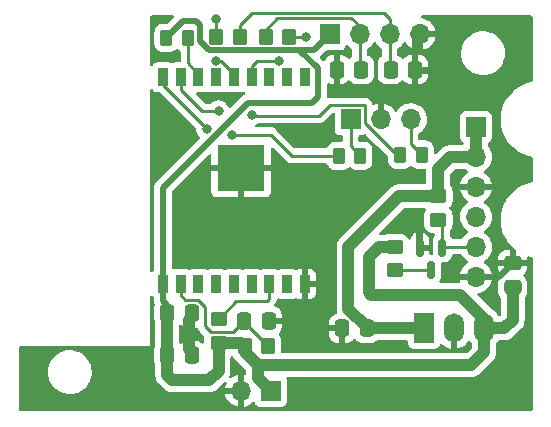
<source format=gbr>
%TF.GenerationSoftware,KiCad,Pcbnew,6.0.8-f2edbf62ab~116~ubuntu22.04.1*%
%TF.CreationDate,2022-10-18T22:53:01+02:00*%
%TF.ProjectId,ble-han-port-if,626c652d-6861-46e2-9d70-6f72742d6966,rev?*%
%TF.SameCoordinates,Original*%
%TF.FileFunction,Copper,L1,Top*%
%TF.FilePolarity,Positive*%
%FSLAX46Y46*%
G04 Gerber Fmt 4.6, Leading zero omitted, Abs format (unit mm)*
G04 Created by KiCad (PCBNEW 6.0.8-f2edbf62ab~116~ubuntu22.04.1) date 2022-10-18 22:53:01*
%MOMM*%
%LPD*%
G01*
G04 APERTURE LIST*
G04 Aperture macros list*
%AMRoundRect*
0 Rectangle with rounded corners*
0 $1 Rounding radius*
0 $2 $3 $4 $5 $6 $7 $8 $9 X,Y pos of 4 corners*
0 Add a 4 corners polygon primitive as box body*
4,1,4,$2,$3,$4,$5,$6,$7,$8,$9,$2,$3,0*
0 Add four circle primitives for the rounded corners*
1,1,$1+$1,$2,$3*
1,1,$1+$1,$4,$5*
1,1,$1+$1,$6,$7*
1,1,$1+$1,$8,$9*
0 Add four rect primitives between the rounded corners*
20,1,$1+$1,$2,$3,$4,$5,0*
20,1,$1+$1,$4,$5,$6,$7,0*
20,1,$1+$1,$6,$7,$8,$9,0*
20,1,$1+$1,$8,$9,$2,$3,0*%
G04 Aperture macros list end*
%TA.AperFunction,ComponentPad*%
%ADD10R,1.700000X1.700000*%
%TD*%
%TA.AperFunction,ComponentPad*%
%ADD11O,1.700000X1.700000*%
%TD*%
%TA.AperFunction,SMDPad,CuDef*%
%ADD12RoundRect,0.250000X0.262500X0.450000X-0.262500X0.450000X-0.262500X-0.450000X0.262500X-0.450000X0*%
%TD*%
%TA.AperFunction,SMDPad,CuDef*%
%ADD13RoundRect,0.250000X-0.262500X-0.450000X0.262500X-0.450000X0.262500X0.450000X-0.262500X0.450000X0*%
%TD*%
%TA.AperFunction,SMDPad,CuDef*%
%ADD14RoundRect,0.250000X0.450000X-0.350000X0.450000X0.350000X-0.450000X0.350000X-0.450000X-0.350000X0*%
%TD*%
%TA.AperFunction,SMDPad,CuDef*%
%ADD15RoundRect,0.250000X-0.350000X-0.450000X0.350000X-0.450000X0.350000X0.450000X-0.350000X0.450000X0*%
%TD*%
%TA.AperFunction,SMDPad,CuDef*%
%ADD16RoundRect,0.250000X0.350000X0.450000X-0.350000X0.450000X-0.350000X-0.450000X0.350000X-0.450000X0*%
%TD*%
%TA.AperFunction,SMDPad,CuDef*%
%ADD17RoundRect,0.150000X-0.150000X0.587500X-0.150000X-0.587500X0.150000X-0.587500X0.150000X0.587500X0*%
%TD*%
%TA.AperFunction,SMDPad,CuDef*%
%ADD18R,0.900000X1.500000*%
%TD*%
%TA.AperFunction,SMDPad,CuDef*%
%ADD19R,4.000000X4.000000*%
%TD*%
%TA.AperFunction,SMDPad,CuDef*%
%ADD20RoundRect,0.250000X-0.337500X-0.475000X0.337500X-0.475000X0.337500X0.475000X-0.337500X0.475000X0*%
%TD*%
%TA.AperFunction,ComponentPad*%
%ADD21R,1.700000X2.500000*%
%TD*%
%TA.AperFunction,ComponentPad*%
%ADD22O,1.700000X2.500000*%
%TD*%
%TA.AperFunction,SMDPad,CuDef*%
%ADD23RoundRect,0.250000X0.475000X-0.337500X0.475000X0.337500X-0.475000X0.337500X-0.475000X-0.337500X0*%
%TD*%
%TA.AperFunction,SMDPad,CuDef*%
%ADD24RoundRect,0.250000X0.337500X0.475000X-0.337500X0.475000X-0.337500X-0.475000X0.337500X-0.475000X0*%
%TD*%
%TA.AperFunction,ViaPad*%
%ADD25C,0.800000*%
%TD*%
%TA.AperFunction,Conductor*%
%ADD26C,0.250000*%
%TD*%
%TA.AperFunction,Conductor*%
%ADD27C,1.000000*%
%TD*%
%TA.AperFunction,Conductor*%
%ADD28C,0.500000*%
%TD*%
G04 APERTURE END LIST*
D10*
%TO.P,C8,1*%
%TO.N,+3V3*%
X137025000Y-116600000D03*
D11*
%TO.P,C8,2*%
%TO.N,GND*%
X134485000Y-116600000D03*
%TD*%
D10*
%TO.P,J2,1,Pin_1*%
%TO.N,+3V3*%
X142000000Y-86400000D03*
D11*
%TO.P,J2,2,Pin_2*%
%TO.N,/USB D-*%
X144540000Y-86400000D03*
%TO.P,J2,3,Pin_3*%
%TO.N,/USB D+*%
X147080000Y-86400000D03*
%TO.P,J2,4,Pin_4*%
%TO.N,GND*%
X149620000Y-86400000D03*
%TD*%
D12*
%TO.P,R9,1*%
%TO.N,Net-(J1-Pad3)*%
X149812500Y-96600000D03*
%TO.P,R9,2*%
%TO.N,/ledb*%
X147987500Y-96600000D03*
%TD*%
D13*
%TO.P,R8,1*%
%TO.N,/leda*%
X142787500Y-96700000D03*
%TO.P,R8,2*%
%TO.N,Net-(J1-Pad1)*%
X144612500Y-96700000D03*
%TD*%
D14*
%TO.P,R7,1*%
%TO.N,Net-(Q1-Pad3)*%
X147500000Y-106400000D03*
%TO.P,R7,2*%
%TO.N,+3V3*%
X147500000Y-104400000D03*
%TD*%
D15*
%TO.P,R5,1*%
%TO.N,Net-(R5-Pad1)*%
X132400000Y-86600000D03*
%TO.P,R5,2*%
%TO.N,/USB D+*%
X134400000Y-86600000D03*
%TD*%
D13*
%TO.P,R2,1*%
%TO.N,+3V3*%
X128187500Y-86700000D03*
%TO.P,R2,2*%
%TO.N,Net-(R2-Pad2)*%
X130012500Y-86700000D03*
%TD*%
D11*
%TO.P,J3,6,Pin_6*%
%TO.N,GND*%
X154400000Y-106950000D03*
%TO.P,J3,5,Pin_5*%
%TO.N,/TX*%
X154400000Y-104410000D03*
%TO.P,J3,4,Pin_4*%
%TO.N,unconnected-(J3-Pad4)*%
X154400000Y-101870000D03*
%TO.P,J3,3,Pin_3*%
%TO.N,GND*%
X154400000Y-99330000D03*
%TO.P,J3,2,Pin_2*%
%TO.N,+5V*%
X154400000Y-96790000D03*
D10*
%TO.P,J3,1,Pin_1*%
X154400000Y-94250000D03*
%TD*%
D16*
%TO.P,R4,1*%
%TO.N,Net-(R4-Pad1)*%
X138600000Y-86600000D03*
%TO.P,R4,2*%
%TO.N,/USB D-*%
X136600000Y-86600000D03*
%TD*%
D17*
%TO.P,Q1,1,B*%
%TO.N,/TX*%
X151550000Y-104462500D03*
%TO.P,Q1,2,E*%
%TO.N,GND*%
X149650000Y-104462500D03*
%TO.P,Q1,3,C*%
%TO.N,Net-(Q1-Pad3)*%
X150600000Y-106337500D03*
%TD*%
D18*
%TO.P,U1,1,3V3*%
%TO.N,+3V3*%
X127900000Y-107550000D03*
%TO.P,U1,2,EN*%
%TO.N,/reset*%
X129400000Y-107550000D03*
%TO.P,U1,3,IO4*%
%TO.N,unconnected-(U1-Pad3)*%
X130900000Y-107550000D03*
%TO.P,U1,4,IO5*%
%TO.N,unconnected-(U1-Pad4)*%
X132400000Y-107550000D03*
%TO.P,U1,5,IO6*%
%TO.N,unconnected-(U1-Pad5)*%
X133900000Y-107550000D03*
%TO.P,U1,6,IO7*%
%TO.N,unconnected-(U1-Pad6)*%
X135400000Y-107550000D03*
%TO.P,U1,7,IO8*%
%TO.N,Net-(R3-Pad2)*%
X136900000Y-107550000D03*
%TO.P,U1,8,IO9*%
%TO.N,unconnected-(U1-Pad8)*%
X138400000Y-107550000D03*
%TO.P,U1,9,GND*%
%TO.N,GND*%
X139900000Y-107550000D03*
%TO.P,U1,10,IO10*%
%TO.N,unconnected-(U1-Pad10)*%
X139900000Y-90050000D03*
%TO.P,U1,11,RXD*%
%TO.N,/RXD*%
X138400000Y-90050000D03*
%TO.P,U1,12,TXD*%
%TO.N,unconnected-(U1-Pad12)*%
X136900000Y-90050000D03*
%TO.P,U1,13,IO18*%
%TO.N,Net-(R4-Pad1)*%
X135400000Y-90050000D03*
%TO.P,U1,14,IO19*%
%TO.N,Net-(R5-Pad1)*%
X133900000Y-90050000D03*
%TO.P,U1,15,IO3*%
%TO.N,unconnected-(U1-Pad15)*%
X132400000Y-90050000D03*
%TO.P,U1,16,IO2*%
%TO.N,Net-(R2-Pad2)*%
X130900000Y-90050000D03*
%TO.P,U1,17,IO1*%
%TO.N,/ledb*%
X129400000Y-90050000D03*
%TO.P,U1,18,IO0*%
%TO.N,/leda*%
X127900000Y-90050000D03*
D19*
%TO.P,U1,19,GND*%
%TO.N,GND*%
X134510000Y-97700000D03*
%TD*%
D10*
%TO.P,J1,1,Pin_1*%
%TO.N,Net-(J1-Pad1)*%
X143800000Y-93600000D03*
D11*
%TO.P,J1,2,Pin_2*%
%TO.N,GND*%
X146340000Y-93600000D03*
%TO.P,J1,3,Pin_3*%
%TO.N,Net-(J1-Pad3)*%
X148880000Y-93600000D03*
%TD*%
D15*
%TO.P,R1,2*%
%TO.N,/reset*%
X136800000Y-112800000D03*
%TO.P,R1,1*%
%TO.N,+3V3*%
X134800000Y-112800000D03*
%TD*%
D20*
%TO.P,C5,1*%
%TO.N,+3V3*%
X128262500Y-113600000D03*
%TO.P,C5,2*%
%TO.N,GND*%
X130337500Y-113600000D03*
%TD*%
%TO.P,C4,1*%
%TO.N,+3V3*%
X128262500Y-110000000D03*
%TO.P,C4,2*%
%TO.N,GND*%
X130337500Y-110000000D03*
%TD*%
D21*
%TO.P,U4,1,IN*%
%TO.N,+5V*%
X150002500Y-111292500D03*
D22*
%TO.P,U4,2,GND*%
%TO.N,GND*%
X152542500Y-111292500D03*
%TO.P,U4,3,OUT*%
%TO.N,+3V3*%
X155082500Y-111292500D03*
%TD*%
D23*
%TO.P,C2,1*%
%TO.N,+3V3*%
X157500000Y-107837500D03*
%TO.P,C2,2*%
%TO.N,GND*%
X157500000Y-105762500D03*
%TD*%
D24*
%TO.P,C6,1*%
%TO.N,/USB D-*%
X144675000Y-89400000D03*
%TO.P,C6,2*%
%TO.N,GND*%
X142600000Y-89400000D03*
%TD*%
D20*
%TO.P,C3,1*%
%TO.N,/reset*%
X134762500Y-110650000D03*
%TO.P,C3,2*%
%TO.N,GND*%
X136837500Y-110650000D03*
%TD*%
D14*
%TO.P,R3,1*%
%TO.N,+3V3*%
X132600000Y-112500000D03*
%TO.P,R3,2*%
%TO.N,Net-(R3-Pad2)*%
X132600000Y-110500000D03*
%TD*%
D20*
%TO.P,C7,1*%
%TO.N,/USB D+*%
X147162500Y-89400000D03*
%TO.P,C7,2*%
%TO.N,GND*%
X149237500Y-89400000D03*
%TD*%
D24*
%TO.P,C1,1*%
%TO.N,+5V*%
X145137500Y-111300000D03*
%TO.P,C1,2*%
%TO.N,GND*%
X143062500Y-111300000D03*
%TD*%
D14*
%TO.P,R6,1*%
%TO.N,/TX*%
X151200000Y-102100000D03*
%TO.P,R6,2*%
%TO.N,+5V*%
X151200000Y-100100000D03*
%TD*%
D25*
%TO.N,GND*%
X127650000Y-88300000D03*
X133800000Y-91800000D03*
X139300000Y-94750000D03*
X138800000Y-100100000D03*
X128800000Y-95250000D03*
X127150000Y-117450000D03*
X123900000Y-114300000D03*
X147950000Y-117100000D03*
X157350000Y-116950000D03*
X135900000Y-97700000D03*
X134500000Y-98800000D03*
X134500000Y-96700000D03*
X133300000Y-97700000D03*
X134500000Y-97800000D03*
X133200000Y-98900000D03*
X135900000Y-98900000D03*
X135900000Y-96700000D03*
X133300000Y-96700000D03*
%TO.N,/ledb*%
X132600000Y-92900000D03*
X135400000Y-93200000D03*
%TO.N,/leda*%
X131600000Y-94400000D03*
X133700000Y-94900000D03*
%TO.N,Net-(R4-Pad1)*%
X140000000Y-86600000D03*
X137700000Y-88650000D03*
%TO.N,Net-(R5-Pad1)*%
X132400000Y-88700000D03*
X132400000Y-85100000D03*
%TO.N,GND*%
X149600000Y-102900000D03*
X129900000Y-111700000D03*
X139900000Y-109200000D03*
X143100000Y-112900000D03*
X142300000Y-91000000D03*
X150700000Y-89500000D03*
%TD*%
D26*
%TO.N,Net-(R4-Pad1)*%
X135400000Y-89100000D02*
X135850000Y-88650000D01*
X135850000Y-88650000D02*
X137700000Y-88650000D01*
D27*
%TO.N,+3V3*%
X135900000Y-114400000D02*
X135900000Y-115475000D01*
X135900000Y-115475000D02*
X137025000Y-116600000D01*
D26*
%TO.N,/reset*%
X130863173Y-108900000D02*
X131456587Y-109493413D01*
X131456587Y-109493413D02*
X131456587Y-111106587D01*
X131925000Y-111575000D02*
X133837500Y-111575000D01*
X131456587Y-111106587D02*
X131925000Y-111575000D01*
D27*
%TO.N,+5V*%
X145137500Y-111300000D02*
X145137500Y-111218997D01*
X145137500Y-111218997D02*
X143600000Y-109681497D01*
X143600000Y-109681497D02*
X143600000Y-104400000D01*
X143600000Y-104400000D02*
X147900000Y-100100000D01*
X147900000Y-100100000D02*
X151200000Y-100100000D01*
%TO.N,+3V3*%
X145300000Y-108250000D02*
X145300000Y-105250000D01*
X153050000Y-108450000D02*
X145500000Y-108450000D01*
X155082500Y-111292500D02*
X155082500Y-110482500D01*
X155082500Y-110482500D02*
X153050000Y-108450000D01*
X145500000Y-108450000D02*
X145300000Y-108250000D01*
X145300000Y-105250000D02*
X146150000Y-104400000D01*
X146150000Y-104400000D02*
X147500000Y-104400000D01*
D26*
%TO.N,/ledb*%
X144950000Y-92400000D02*
X142300000Y-92400000D01*
X142000000Y-92400000D02*
X141100000Y-93300000D01*
X144975000Y-92425000D02*
X144950000Y-92400000D01*
X144975000Y-93896701D02*
X144975000Y-92425000D01*
X147678299Y-96600000D02*
X144975000Y-93896701D01*
X142300000Y-92400000D02*
X142000000Y-92400000D01*
X135500000Y-93300000D02*
X135400000Y-93200000D01*
X147987500Y-96600000D02*
X147678299Y-96600000D01*
X141100000Y-93300000D02*
X135500000Y-93300000D01*
X132600000Y-92900000D02*
X131200000Y-92900000D01*
X131200000Y-92900000D02*
X129400000Y-91100000D01*
X129400000Y-91100000D02*
X129400000Y-90050000D01*
%TO.N,/leda*%
X137000000Y-94900000D02*
X133700000Y-94900000D01*
X131600000Y-94400000D02*
X127900000Y-90700000D01*
X138800000Y-96700000D02*
X137400000Y-95300000D01*
X139500000Y-96700000D02*
X139100000Y-96700000D01*
X142787500Y-96700000D02*
X139500000Y-96700000D01*
X127900000Y-90700000D02*
X127900000Y-90050000D01*
X139100000Y-96700000D02*
X138800000Y-96700000D01*
X137400000Y-95300000D02*
X137000000Y-94900000D01*
%TO.N,Net-(J1-Pad1)*%
X144612500Y-96700000D02*
X143800000Y-95887500D01*
X143800000Y-95887500D02*
X143800000Y-93600000D01*
%TO.N,Net-(J1-Pad3)*%
X148880000Y-93600000D02*
X148880000Y-95667500D01*
X148880000Y-95667500D02*
X149812500Y-96600000D01*
%TO.N,/reset*%
X134762500Y-110650000D02*
X133837500Y-111575000D01*
X130863173Y-108900000D02*
X129800000Y-108900000D01*
X134762500Y-110650000D02*
X134762500Y-110762500D01*
X134762500Y-110762500D02*
X136800000Y-112800000D01*
%TO.N,Net-(R3-Pad2)*%
X132600000Y-110500000D02*
X134100000Y-109000000D01*
X134100000Y-109000000D02*
X136700000Y-109000000D01*
X136700000Y-109000000D02*
X136900000Y-108800000D01*
X136900000Y-108800000D02*
X136900000Y-107550000D01*
%TO.N,/reset*%
X129400000Y-107550000D02*
X129400000Y-108500000D01*
X129400000Y-108500000D02*
X129800000Y-108900000D01*
%TO.N,/TX*%
X151200000Y-102100000D02*
X151550000Y-102450000D01*
X151550000Y-102450000D02*
X151550000Y-104462500D01*
%TO.N,Net-(Q1-Pad3)*%
X150600000Y-106337500D02*
X147562500Y-106337500D01*
X147562500Y-106337500D02*
X147500000Y-106400000D01*
%TO.N,/TX*%
X151550000Y-104462500D02*
X151602500Y-104410000D01*
X151602500Y-104410000D02*
X154400000Y-104410000D01*
%TO.N,Net-(R4-Pad1)*%
X138600000Y-86600000D02*
X140000000Y-86600000D01*
%TO.N,/USB D+*%
X147080000Y-86400000D02*
X147080000Y-85080000D01*
X135400000Y-84600000D02*
X134400000Y-85600000D01*
X147080000Y-85080000D02*
X146600000Y-84600000D01*
X146600000Y-84600000D02*
X135400000Y-84600000D01*
X134400000Y-85600000D02*
X134400000Y-86600000D01*
%TO.N,/USB D-*%
X144540000Y-86400000D02*
X144540000Y-85740000D01*
X144540000Y-85740000D02*
X143850000Y-85050000D01*
X143850000Y-85050000D02*
X137550000Y-85050000D01*
X137550000Y-85050000D02*
X136600000Y-86000000D01*
X136600000Y-86000000D02*
X136600000Y-86600000D01*
X144540000Y-86400000D02*
X144540000Y-89265000D01*
X144540000Y-89265000D02*
X144675000Y-89400000D01*
%TO.N,/USB D+*%
X147080000Y-86400000D02*
X147080000Y-89317500D01*
X147080000Y-89317500D02*
X147162500Y-89400000D01*
%TO.N,Net-(R4-Pad1)*%
X135400000Y-89100000D02*
X135400000Y-90050000D01*
%TO.N,Net-(R5-Pad1)*%
X132400000Y-85100000D02*
X132400000Y-86600000D01*
X133900000Y-89800000D02*
X132800000Y-88700000D01*
X133900000Y-90050000D02*
X133900000Y-89800000D01*
X132800000Y-88700000D02*
X132400000Y-88700000D01*
%TO.N,Net-(R2-Pad2)*%
X130900000Y-90050000D02*
X130900000Y-89750000D01*
X130900000Y-89750000D02*
X130012500Y-88862500D01*
X130012500Y-88862500D02*
X130012500Y-86700000D01*
D28*
%TO.N,GND*%
X142600000Y-89400000D02*
X142600000Y-90700000D01*
X142600000Y-90700000D02*
X142300000Y-91000000D01*
X150700000Y-89500000D02*
X149337500Y-89500000D01*
X149337500Y-89500000D02*
X149237500Y-89400000D01*
X149237500Y-89400000D02*
X149237500Y-86782500D01*
X149237500Y-86782500D02*
X149620000Y-86400000D01*
X149600000Y-102900000D02*
X149600000Y-104412500D01*
X149600000Y-104412500D02*
X149650000Y-104462500D01*
X154400000Y-106950000D02*
X156312500Y-106950000D01*
X156312500Y-106950000D02*
X157500000Y-105762500D01*
D27*
%TO.N,+3V3*%
X135900000Y-114400000D02*
X154000000Y-114400000D01*
D28*
X134800000Y-112800000D02*
X134800000Y-113300000D01*
D27*
X134800000Y-113300000D02*
X135900000Y-114400000D01*
X154000000Y-114400000D02*
X155082500Y-113317500D01*
X155082500Y-113317500D02*
X155082500Y-111292500D01*
D28*
%TO.N,GND*%
X143062500Y-111300000D02*
X143062500Y-112862500D01*
X143062500Y-112862500D02*
X143100000Y-112900000D01*
X139900000Y-109200000D02*
X139900000Y-107550000D01*
X136837500Y-110650000D02*
X138450000Y-110650000D01*
X138450000Y-110650000D02*
X139900000Y-109200000D01*
X130337500Y-110000000D02*
X129850000Y-110487500D01*
X129850000Y-110487500D02*
X129850000Y-113112500D01*
X129850000Y-113112500D02*
X130337500Y-113600000D01*
%TO.N,+3V3*%
X139450000Y-87750000D02*
X140650000Y-87750000D01*
X140650000Y-87750000D02*
X142000000Y-86400000D01*
X127900000Y-107550000D02*
X127900000Y-99410000D01*
X131000000Y-85600000D02*
X130700000Y-85300000D01*
X127900000Y-99410000D02*
X135110000Y-92200000D01*
X135110000Y-92200000D02*
X140500000Y-92200000D01*
X140500000Y-92200000D02*
X141000000Y-91700000D01*
X141000000Y-91700000D02*
X141000000Y-89300000D01*
X141000000Y-89300000D02*
X139450000Y-87750000D01*
X139450000Y-87750000D02*
X131760051Y-87750000D01*
X129587500Y-85300000D02*
X128187500Y-86700000D01*
X131760051Y-87750000D02*
X131000000Y-86989949D01*
X131000000Y-86989949D02*
X131000000Y-85600000D01*
X130700000Y-85300000D02*
X129587500Y-85300000D01*
D27*
X132600000Y-112500000D02*
X134500000Y-112500000D01*
X134500000Y-112500000D02*
X134800000Y-112800000D01*
X128700000Y-115700000D02*
X131800000Y-115700000D01*
X131800000Y-115700000D02*
X132600000Y-114900000D01*
X128262500Y-113600000D02*
X128262500Y-115262500D01*
X128262500Y-115262500D02*
X128700000Y-115700000D01*
X132600000Y-114900000D02*
X132600000Y-112500000D01*
X128262500Y-110000000D02*
X128262500Y-113600000D01*
D28*
X128262500Y-110000000D02*
X128262500Y-109362500D01*
X128262500Y-109362500D02*
X127900000Y-109000000D01*
X127900000Y-109000000D02*
X127900000Y-107550000D01*
D27*
%TO.N,+5V*%
X154400000Y-96790000D02*
X152210000Y-96790000D01*
X152210000Y-96790000D02*
X151200000Y-97800000D01*
X151200000Y-97800000D02*
X151200000Y-100100000D01*
X154400000Y-94250000D02*
X154400000Y-96790000D01*
X150002500Y-111292500D02*
X145145000Y-111292500D01*
X145145000Y-111292500D02*
X145137500Y-111300000D01*
%TO.N,+3V3*%
X155082500Y-111292500D02*
X156807500Y-111292500D01*
X156807500Y-111292500D02*
X157500000Y-110600000D01*
X157500000Y-110600000D02*
X157500000Y-107837500D01*
%TD*%
%TA.AperFunction,Conductor*%
%TO.N,GND*%
G36*
X159133621Y-84828502D02*
G01*
X159180114Y-84882158D01*
X159191500Y-84934500D01*
X159191500Y-90325008D01*
X159171498Y-90393129D01*
X159117842Y-90439622D01*
X159085886Y-90449348D01*
X159070225Y-90451915D01*
X159012618Y-90461359D01*
X159012609Y-90461361D01*
X159009254Y-90461911D01*
X158952203Y-90477751D01*
X158677311Y-90554074D01*
X158677308Y-90554075D01*
X158674016Y-90554989D01*
X158350807Y-90683768D01*
X158043416Y-90846736D01*
X158040601Y-90848644D01*
X158040597Y-90848647D01*
X157758272Y-91040068D01*
X157758265Y-91040074D01*
X157755447Y-91041984D01*
X157729928Y-91063660D01*
X157508827Y-91251466D01*
X157490276Y-91267223D01*
X157251012Y-91519811D01*
X157040460Y-91796787D01*
X157038697Y-91799717D01*
X157038695Y-91799720D01*
X156869078Y-92081625D01*
X156861088Y-92094904D01*
X156715001Y-92410668D01*
X156603910Y-92740375D01*
X156529117Y-93080160D01*
X156528747Y-93083559D01*
X156528746Y-93083567D01*
X156509877Y-93257068D01*
X156491500Y-93426040D01*
X156491500Y-93773960D01*
X156505209Y-93900010D01*
X156527884Y-94108500D01*
X156529117Y-94119840D01*
X156529853Y-94123183D01*
X156529853Y-94123184D01*
X156537547Y-94158136D01*
X156603910Y-94459625D01*
X156605001Y-94462864D01*
X156605003Y-94462870D01*
X156620124Y-94507747D01*
X156715001Y-94789332D01*
X156861088Y-95105096D01*
X156862842Y-95108011D01*
X156862844Y-95108015D01*
X157038695Y-95400280D01*
X157040460Y-95403213D01*
X157117356Y-95504368D01*
X157244034Y-95671009D01*
X157251012Y-95680189D01*
X157490276Y-95932777D01*
X157492872Y-95934982D01*
X157492873Y-95934983D01*
X157506216Y-95946317D01*
X157755447Y-96158016D01*
X157758265Y-96159926D01*
X157758272Y-96159932D01*
X158039637Y-96350702D01*
X158043416Y-96353264D01*
X158350807Y-96516232D01*
X158674016Y-96645011D01*
X158677308Y-96645925D01*
X158677311Y-96645926D01*
X158817579Y-96684871D01*
X159009254Y-96738089D01*
X159012609Y-96738639D01*
X159012618Y-96738641D01*
X159064834Y-96747201D01*
X159085885Y-96750652D01*
X159149872Y-96781411D01*
X159187072Y-96841882D01*
X159191500Y-96874992D01*
X159191500Y-98825008D01*
X159171498Y-98893129D01*
X159117842Y-98939622D01*
X159085886Y-98949348D01*
X159070225Y-98951915D01*
X159012618Y-98961359D01*
X159012609Y-98961361D01*
X159009254Y-98961911D01*
X158879813Y-98997850D01*
X158677311Y-99054074D01*
X158677308Y-99054075D01*
X158674016Y-99054989D01*
X158350807Y-99183768D01*
X158043416Y-99346736D01*
X158040601Y-99348644D01*
X158040597Y-99348647D01*
X157758272Y-99540068D01*
X157758265Y-99540074D01*
X157755447Y-99541984D01*
X157701305Y-99587973D01*
X157516829Y-99744669D01*
X157490276Y-99767223D01*
X157251012Y-100019811D01*
X157040460Y-100296787D01*
X157038697Y-100299717D01*
X157038695Y-100299720D01*
X156924687Y-100489203D01*
X156861088Y-100594904D01*
X156715001Y-100910668D01*
X156665995Y-101056114D01*
X156617051Y-101201375D01*
X156603910Y-101240375D01*
X156529117Y-101580160D01*
X156528747Y-101583559D01*
X156528746Y-101583567D01*
X156524816Y-101619707D01*
X156491500Y-101926040D01*
X156491500Y-102273960D01*
X156509877Y-102442932D01*
X156528341Y-102612704D01*
X156529117Y-102619840D01*
X156603910Y-102959625D01*
X156605001Y-102962864D01*
X156605003Y-102962870D01*
X156635421Y-103053146D01*
X156715001Y-103289332D01*
X156861088Y-103605096D01*
X156862842Y-103608011D01*
X156862844Y-103608015D01*
X157001604Y-103838634D01*
X157040460Y-103903213D01*
X157251012Y-104180189D01*
X157490276Y-104432777D01*
X157709572Y-104619049D01*
X157748541Y-104678393D01*
X157754000Y-104715080D01*
X157754000Y-105490385D01*
X157758475Y-105505624D01*
X157759865Y-105506829D01*
X157767548Y-105508500D01*
X158714884Y-105508500D01*
X158730123Y-105504025D01*
X158731328Y-105502635D01*
X158732999Y-105494952D01*
X158732999Y-105377905D01*
X158732661Y-105371383D01*
X158729294Y-105338923D01*
X158742160Y-105269102D01*
X158790731Y-105217320D01*
X158859588Y-105200019D01*
X158888324Y-105204513D01*
X159009254Y-105238089D01*
X159085885Y-105250652D01*
X159149872Y-105281411D01*
X159187072Y-105341882D01*
X159191500Y-105374992D01*
X159191500Y-118165500D01*
X159171498Y-118233621D01*
X159117842Y-118280114D01*
X159065500Y-118291500D01*
X115834500Y-118291500D01*
X115766379Y-118271498D01*
X115719886Y-118217842D01*
X115708500Y-118165500D01*
X115708500Y-116867966D01*
X133153257Y-116867966D01*
X133183565Y-117002446D01*
X133186645Y-117012275D01*
X133266770Y-117209603D01*
X133271413Y-117218794D01*
X133382694Y-117400388D01*
X133388777Y-117408699D01*
X133528213Y-117569667D01*
X133535580Y-117576883D01*
X133699434Y-117712916D01*
X133707881Y-117718831D01*
X133891756Y-117826279D01*
X133901042Y-117830729D01*
X134100001Y-117906703D01*
X134109899Y-117909579D01*
X134213250Y-117930606D01*
X134227299Y-117929410D01*
X134231000Y-117919065D01*
X134231000Y-116872115D01*
X134226525Y-116856876D01*
X134225135Y-116855671D01*
X134217452Y-116854000D01*
X133168225Y-116854000D01*
X133154694Y-116857973D01*
X133153257Y-116867966D01*
X115708500Y-116867966D01*
X115708500Y-115042277D01*
X118137009Y-115042277D01*
X118162625Y-115310769D01*
X118163710Y-115315203D01*
X118163711Y-115315209D01*
X118210868Y-115507923D01*
X118226731Y-115572750D01*
X118327985Y-115822733D01*
X118464265Y-116055482D01*
X118538232Y-116147973D01*
X118584686Y-116206060D01*
X118632716Y-116266119D01*
X118829809Y-116450234D01*
X119051416Y-116603968D01*
X119055499Y-116605999D01*
X119055502Y-116606001D01*
X119129130Y-116642630D01*
X119292894Y-116724101D01*
X119297228Y-116725522D01*
X119297231Y-116725523D01*
X119544853Y-116806698D01*
X119544859Y-116806699D01*
X119549186Y-116808118D01*
X119553677Y-116808898D01*
X119553678Y-116808898D01*
X119811140Y-116853601D01*
X119811148Y-116853602D01*
X119814921Y-116854257D01*
X119818758Y-116854448D01*
X119898578Y-116858422D01*
X119898586Y-116858422D01*
X119900149Y-116858500D01*
X120068512Y-116858500D01*
X120070780Y-116858335D01*
X120070792Y-116858335D01*
X120201884Y-116848823D01*
X120269004Y-116843953D01*
X120273459Y-116842969D01*
X120273462Y-116842969D01*
X120527912Y-116786791D01*
X120527916Y-116786790D01*
X120532372Y-116785806D01*
X120658480Y-116738028D01*
X120780318Y-116691868D01*
X120780321Y-116691867D01*
X120784588Y-116690250D01*
X120959187Y-116593269D01*
X121016375Y-116561504D01*
X121016376Y-116561503D01*
X121020368Y-116559286D01*
X121156410Y-116455462D01*
X121231141Y-116398429D01*
X121231142Y-116398428D01*
X121234773Y-116395657D01*
X121250540Y-116379529D01*
X121420117Y-116206060D01*
X121423312Y-116202792D01*
X121582034Y-115984730D01*
X121666652Y-115823898D01*
X121705490Y-115750079D01*
X121705493Y-115750073D01*
X121707615Y-115746039D01*
X121723215Y-115701866D01*
X121795902Y-115496033D01*
X121795902Y-115496032D01*
X121797425Y-115491720D01*
X121827633Y-115338456D01*
X121848700Y-115231572D01*
X121848701Y-115231566D01*
X121849581Y-115227100D01*
X121850558Y-115207481D01*
X121862764Y-114962292D01*
X121862764Y-114962286D01*
X121862991Y-114957723D01*
X121837375Y-114689231D01*
X121792042Y-114503967D01*
X121774355Y-114431688D01*
X121773269Y-114427250D01*
X121672015Y-114177267D01*
X121535735Y-113944518D01*
X121417059Y-113796121D01*
X121370136Y-113737447D01*
X121370135Y-113737445D01*
X121367284Y-113733881D01*
X121170191Y-113549766D01*
X120948584Y-113396032D01*
X120944501Y-113394001D01*
X120944498Y-113393999D01*
X120791415Y-113317842D01*
X120707106Y-113275899D01*
X120702772Y-113274478D01*
X120702769Y-113274477D01*
X120455147Y-113193302D01*
X120455141Y-113193301D01*
X120450814Y-113191882D01*
X120446322Y-113191102D01*
X120188860Y-113146399D01*
X120188852Y-113146398D01*
X120185079Y-113145743D01*
X120173817Y-113145182D01*
X120101422Y-113141578D01*
X120101414Y-113141578D01*
X120099851Y-113141500D01*
X119931488Y-113141500D01*
X119929220Y-113141665D01*
X119929208Y-113141665D01*
X119798116Y-113151177D01*
X119730996Y-113156047D01*
X119726541Y-113157031D01*
X119726538Y-113157031D01*
X119472088Y-113213209D01*
X119472084Y-113213210D01*
X119467628Y-113214194D01*
X119341520Y-113261972D01*
X119219682Y-113308132D01*
X119219679Y-113308133D01*
X119215412Y-113309750D01*
X118979632Y-113440714D01*
X118976000Y-113443486D01*
X118805057Y-113573946D01*
X118765227Y-113604343D01*
X118762034Y-113607609D01*
X118762032Y-113607611D01*
X118752415Y-113617449D01*
X118576688Y-113797208D01*
X118417966Y-114015270D01*
X118391669Y-114065253D01*
X118294510Y-114249921D01*
X118294507Y-114249927D01*
X118292385Y-114253961D01*
X118290865Y-114258266D01*
X118290863Y-114258270D01*
X118229515Y-114431993D01*
X118202575Y-114508280D01*
X118150419Y-114772900D01*
X118150192Y-114777453D01*
X118150192Y-114777456D01*
X118138760Y-115007107D01*
X118137009Y-115042277D01*
X115708500Y-115042277D01*
X115708500Y-112926000D01*
X115728502Y-112857879D01*
X115782158Y-112811386D01*
X115834500Y-112800000D01*
X126800000Y-112800000D01*
X126800000Y-108658884D01*
X126820002Y-108590763D01*
X126873658Y-108544270D01*
X126943932Y-108534166D01*
X127008512Y-108563660D01*
X127026825Y-108583317D01*
X127086739Y-108663261D01*
X127093919Y-108668642D01*
X127100269Y-108674992D01*
X127098634Y-108676627D01*
X127133579Y-108723359D01*
X127141500Y-108767329D01*
X127141500Y-108932930D01*
X127140067Y-108951880D01*
X127136801Y-108973349D01*
X127137394Y-108980641D01*
X127137394Y-108980644D01*
X127141085Y-109026018D01*
X127141500Y-109036233D01*
X127141500Y-109044293D01*
X127142901Y-109056306D01*
X127144789Y-109072507D01*
X127145222Y-109076882D01*
X127150441Y-109141040D01*
X127151140Y-109149637D01*
X127153396Y-109156601D01*
X127154587Y-109162560D01*
X127155971Y-109168415D01*
X127156818Y-109175681D01*
X127181735Y-109244327D01*
X127183154Y-109248460D01*
X127187427Y-109261652D01*
X127189389Y-109332621D01*
X127187152Y-109340143D01*
X127177203Y-109370139D01*
X127176503Y-109376975D01*
X127176502Y-109376978D01*
X127175438Y-109387363D01*
X127166500Y-109474600D01*
X127166500Y-110525400D01*
X127166837Y-110528646D01*
X127166837Y-110528650D01*
X127169258Y-110551978D01*
X127177474Y-110631166D01*
X127179655Y-110637702D01*
X127179655Y-110637704D01*
X127192794Y-110677086D01*
X127233450Y-110798946D01*
X127237301Y-110805168D01*
X127240407Y-110811800D01*
X127238299Y-110812787D01*
X127254000Y-110867987D01*
X127254000Y-112732293D01*
X127238049Y-112788569D01*
X127239820Y-112789395D01*
X127236725Y-112796032D01*
X127232885Y-112802262D01*
X127177203Y-112970139D01*
X127176503Y-112976975D01*
X127176502Y-112976978D01*
X127173512Y-113006166D01*
X127166500Y-113074600D01*
X127166500Y-114125400D01*
X127166837Y-114128646D01*
X127166837Y-114128650D01*
X127171882Y-114177267D01*
X127177474Y-114231166D01*
X127179655Y-114237702D01*
X127179655Y-114237704D01*
X127200563Y-114300372D01*
X127233450Y-114398946D01*
X127237301Y-114405168D01*
X127240407Y-114411800D01*
X127238299Y-114412787D01*
X127254000Y-114467987D01*
X127254000Y-115200657D01*
X127253263Y-115214264D01*
X127250026Y-115244066D01*
X127249176Y-115251888D01*
X127249713Y-115258023D01*
X127253550Y-115301888D01*
X127253879Y-115306714D01*
X127254000Y-115309186D01*
X127254000Y-115312269D01*
X127254301Y-115315337D01*
X127258190Y-115355006D01*
X127258312Y-115356319D01*
X127261838Y-115396623D01*
X127266413Y-115448913D01*
X127267900Y-115454032D01*
X127268420Y-115459333D01*
X127295291Y-115548334D01*
X127295626Y-115549467D01*
X127317290Y-115624032D01*
X127321591Y-115638836D01*
X127324044Y-115643568D01*
X127325584Y-115648669D01*
X127328478Y-115654112D01*
X127369231Y-115730760D01*
X127369843Y-115731926D01*
X127409771Y-115808953D01*
X127412608Y-115814426D01*
X127415931Y-115818589D01*
X127418434Y-115823296D01*
X127477255Y-115895418D01*
X127477946Y-115896274D01*
X127509238Y-115935473D01*
X127511742Y-115937977D01*
X127512384Y-115938695D01*
X127516085Y-115943028D01*
X127543435Y-115976562D01*
X127548183Y-115980490D01*
X127548184Y-115980491D01*
X127578763Y-116005788D01*
X127587542Y-116013777D01*
X127943152Y-116369387D01*
X127952242Y-116379517D01*
X127975968Y-116409025D01*
X128014456Y-116441320D01*
X128018075Y-116444478D01*
X128019890Y-116446124D01*
X128022075Y-116448309D01*
X128024455Y-116450264D01*
X128024465Y-116450273D01*
X128055236Y-116475549D01*
X128056251Y-116476391D01*
X128066393Y-116484901D01*
X128127474Y-116536154D01*
X128132148Y-116538723D01*
X128136261Y-116542102D01*
X128141698Y-116545017D01*
X128141699Y-116545018D01*
X128218047Y-116585955D01*
X128219177Y-116586568D01*
X128300787Y-116631433D01*
X128305869Y-116633045D01*
X128310563Y-116635562D01*
X128399531Y-116662762D01*
X128400559Y-116663082D01*
X128489306Y-116691235D01*
X128494602Y-116691829D01*
X128499698Y-116693387D01*
X128592257Y-116702790D01*
X128593393Y-116702911D01*
X128627008Y-116706681D01*
X128639730Y-116708108D01*
X128639734Y-116708108D01*
X128643227Y-116708500D01*
X128646754Y-116708500D01*
X128647739Y-116708555D01*
X128653419Y-116709002D01*
X128682825Y-116711989D01*
X128690337Y-116712752D01*
X128690339Y-116712752D01*
X128696462Y-116713374D01*
X128742108Y-116709059D01*
X128753967Y-116708500D01*
X131738157Y-116708500D01*
X131751764Y-116709237D01*
X131783262Y-116712659D01*
X131783267Y-116712659D01*
X131789388Y-116713324D01*
X131815638Y-116711027D01*
X131839388Y-116708950D01*
X131844214Y-116708621D01*
X131846686Y-116708500D01*
X131849769Y-116708500D01*
X131861738Y-116707326D01*
X131892506Y-116704310D01*
X131893819Y-116704188D01*
X131938084Y-116700315D01*
X131986413Y-116696087D01*
X131991532Y-116694600D01*
X131996833Y-116694080D01*
X132085834Y-116667209D01*
X132086967Y-116666874D01*
X132170414Y-116642630D01*
X132170418Y-116642628D01*
X132176336Y-116640909D01*
X132181068Y-116638456D01*
X132186169Y-116636916D01*
X132193173Y-116633192D01*
X132268260Y-116593269D01*
X132269426Y-116592657D01*
X132346453Y-116552729D01*
X132351926Y-116549892D01*
X132356089Y-116546569D01*
X132360796Y-116544066D01*
X132432918Y-116485245D01*
X132433774Y-116484554D01*
X132472973Y-116453262D01*
X132475477Y-116450758D01*
X132476195Y-116450116D01*
X132480528Y-116446415D01*
X132514062Y-116419065D01*
X132543291Y-116383733D01*
X132551272Y-116374963D01*
X133058110Y-115868125D01*
X133120422Y-115834100D01*
X133191237Y-115839164D01*
X133248073Y-115881711D01*
X133272884Y-115948231D01*
X133261493Y-116010270D01*
X133208338Y-116124783D01*
X133204775Y-116134470D01*
X133149389Y-116334183D01*
X133150912Y-116342607D01*
X133163292Y-116346000D01*
X134212885Y-116346000D01*
X134228124Y-116341525D01*
X134229329Y-116340135D01*
X134231000Y-116332452D01*
X134231000Y-115283102D01*
X134227082Y-115269758D01*
X134212806Y-115267771D01*
X134174324Y-115273660D01*
X134164288Y-115276051D01*
X133961868Y-115342212D01*
X133952359Y-115346209D01*
X133763463Y-115444542D01*
X133754745Y-115450032D01*
X133701287Y-115490170D01*
X133634802Y-115515076D01*
X133565406Y-115500084D01*
X133515132Y-115449954D01*
X133499941Y-115380602D01*
X133515217Y-115328711D01*
X133527309Y-115306714D01*
X133531433Y-115299213D01*
X133533045Y-115294131D01*
X133535562Y-115289437D01*
X133562747Y-115200523D01*
X133563139Y-115199265D01*
X133589372Y-115116567D01*
X133591235Y-115110694D01*
X133591829Y-115105403D01*
X133593388Y-115100302D01*
X133602790Y-115007737D01*
X133602925Y-115006470D01*
X133608108Y-114960270D01*
X133608108Y-114960265D01*
X133608500Y-114956773D01*
X133608500Y-114953248D01*
X133608555Y-114952263D01*
X133609004Y-114946559D01*
X133612752Y-114909666D01*
X133612752Y-114909661D01*
X133613374Y-114903538D01*
X133609059Y-114857891D01*
X133608500Y-114846033D01*
X133608500Y-113774688D01*
X133628502Y-113706567D01*
X133682158Y-113660074D01*
X133752432Y-113649970D01*
X133817012Y-113679464D01*
X133841643Y-113708383D01*
X133851522Y-113724348D01*
X133856705Y-113729522D01*
X133904937Y-113777671D01*
X133927782Y-113808856D01*
X133940815Y-113833998D01*
X133950108Y-113851926D01*
X134046738Y-113972973D01*
X134465772Y-114392006D01*
X134854595Y-114780829D01*
X134888620Y-114843142D01*
X134891500Y-114869925D01*
X134891500Y-115142532D01*
X134871498Y-115210653D01*
X134817842Y-115257146D01*
X134774367Y-115262658D01*
X134774843Y-115266996D01*
X134743540Y-115270432D01*
X134739000Y-115284989D01*
X134739000Y-117918517D01*
X134743064Y-117932359D01*
X134756478Y-117934393D01*
X134763184Y-117933534D01*
X134773262Y-117931392D01*
X134977255Y-117870191D01*
X134986842Y-117866433D01*
X135178095Y-117772739D01*
X135186945Y-117767464D01*
X135360328Y-117643792D01*
X135368193Y-117637145D01*
X135472897Y-117532805D01*
X135535268Y-117498889D01*
X135606075Y-117504077D01*
X135662837Y-117546723D01*
X135679819Y-117577826D01*
X135724385Y-117696705D01*
X135811739Y-117813261D01*
X135928295Y-117900615D01*
X136064684Y-117951745D01*
X136126866Y-117958500D01*
X137923134Y-117958500D01*
X137985316Y-117951745D01*
X138121705Y-117900615D01*
X138238261Y-117813261D01*
X138325615Y-117696705D01*
X138376745Y-117560316D01*
X138383500Y-117498134D01*
X138383500Y-115701866D01*
X138376745Y-115639684D01*
X138353894Y-115578729D01*
X138348711Y-115507923D01*
X138382631Y-115445554D01*
X138444887Y-115411425D01*
X138471876Y-115408500D01*
X153938157Y-115408500D01*
X153951764Y-115409237D01*
X153983262Y-115412659D01*
X153983267Y-115412659D01*
X153989388Y-115413324D01*
X154015638Y-115411027D01*
X154039388Y-115408950D01*
X154044214Y-115408621D01*
X154046686Y-115408500D01*
X154049769Y-115408500D01*
X154061738Y-115407326D01*
X154092506Y-115404310D01*
X154093819Y-115404188D01*
X154138084Y-115400315D01*
X154186413Y-115396087D01*
X154191532Y-115394600D01*
X154196833Y-115394080D01*
X154285834Y-115367209D01*
X154286967Y-115366874D01*
X154370414Y-115342630D01*
X154370418Y-115342628D01*
X154376336Y-115340909D01*
X154381068Y-115338456D01*
X154386169Y-115336916D01*
X154401601Y-115328711D01*
X154468260Y-115293269D01*
X154469426Y-115292657D01*
X154546453Y-115252729D01*
X154551926Y-115249892D01*
X154556089Y-115246569D01*
X154560796Y-115244066D01*
X154632918Y-115185245D01*
X154633774Y-115184554D01*
X154672973Y-115153262D01*
X154675477Y-115150758D01*
X154676195Y-115150116D01*
X154680528Y-115146415D01*
X154714062Y-115119065D01*
X154743288Y-115083737D01*
X154751277Y-115074958D01*
X155751879Y-114074355D01*
X155762022Y-114065253D01*
X155786718Y-114045397D01*
X155791525Y-114041532D01*
X155823792Y-114003078D01*
X155826972Y-113999431D01*
X155828615Y-113997619D01*
X155830809Y-113995425D01*
X155858142Y-113962151D01*
X155858848Y-113961300D01*
X155869620Y-113948463D01*
X155918654Y-113890026D01*
X155921222Y-113885356D01*
X155924603Y-113881239D01*
X155968477Y-113799414D01*
X155969106Y-113798255D01*
X156010962Y-113722119D01*
X156010965Y-113722111D01*
X156013933Y-113716713D01*
X156015545Y-113711631D01*
X156018062Y-113706937D01*
X156045262Y-113617969D01*
X156045608Y-113616858D01*
X156048542Y-113607611D01*
X156073735Y-113528194D01*
X156074329Y-113522898D01*
X156075887Y-113517802D01*
X156085290Y-113425243D01*
X156085411Y-113424107D01*
X156091000Y-113374273D01*
X156091000Y-113370746D01*
X156091055Y-113369761D01*
X156091502Y-113364081D01*
X156095874Y-113321038D01*
X156091559Y-113275391D01*
X156091000Y-113263533D01*
X156091000Y-112650201D01*
X156111002Y-112582080D01*
X156119566Y-112570310D01*
X156202740Y-112468873D01*
X156202744Y-112468867D01*
X156206124Y-112464745D01*
X156263091Y-112364668D01*
X156314173Y-112315362D01*
X156372593Y-112301000D01*
X156745657Y-112301000D01*
X156759264Y-112301737D01*
X156790762Y-112305159D01*
X156790767Y-112305159D01*
X156796888Y-112305824D01*
X156823138Y-112303527D01*
X156846888Y-112301450D01*
X156851714Y-112301121D01*
X156854186Y-112301000D01*
X156857269Y-112301000D01*
X156871547Y-112299600D01*
X156900006Y-112296810D01*
X156901319Y-112296688D01*
X156945584Y-112292815D01*
X156993913Y-112288587D01*
X156999032Y-112287100D01*
X157004333Y-112286580D01*
X157093334Y-112259709D01*
X157094467Y-112259374D01*
X157177914Y-112235130D01*
X157177918Y-112235128D01*
X157183836Y-112233409D01*
X157188568Y-112230956D01*
X157193669Y-112229416D01*
X157243019Y-112203177D01*
X157275760Y-112185769D01*
X157276926Y-112185157D01*
X157353953Y-112145229D01*
X157359426Y-112142392D01*
X157363589Y-112139069D01*
X157368296Y-112136566D01*
X157440418Y-112077745D01*
X157441274Y-112077054D01*
X157480473Y-112045762D01*
X157482977Y-112043258D01*
X157483695Y-112042616D01*
X157488028Y-112038915D01*
X157521562Y-112011565D01*
X157550791Y-111976233D01*
X157558772Y-111967463D01*
X158169383Y-111356851D01*
X158179527Y-111347749D01*
X158204218Y-111327897D01*
X158209025Y-111324032D01*
X158241292Y-111285578D01*
X158244472Y-111281931D01*
X158246115Y-111280119D01*
X158248309Y-111277925D01*
X158275642Y-111244651D01*
X158276348Y-111243800D01*
X158283357Y-111235448D01*
X158336154Y-111172526D01*
X158338722Y-111167856D01*
X158342103Y-111163739D01*
X158385977Y-111081914D01*
X158386606Y-111080755D01*
X158428462Y-111004619D01*
X158428465Y-111004611D01*
X158431433Y-110999213D01*
X158433045Y-110994131D01*
X158435562Y-110989437D01*
X158462747Y-110900523D01*
X158463139Y-110899265D01*
X158489372Y-110816567D01*
X158491235Y-110810694D01*
X158491829Y-110805403D01*
X158493388Y-110800302D01*
X158502790Y-110707737D01*
X158502925Y-110706470D01*
X158508108Y-110660270D01*
X158508108Y-110660265D01*
X158508500Y-110656773D01*
X158508500Y-110653248D01*
X158508555Y-110652263D01*
X158509004Y-110646559D01*
X158512752Y-110609666D01*
X158512752Y-110609661D01*
X158513374Y-110603538D01*
X158509059Y-110557891D01*
X158508500Y-110546033D01*
X158508500Y-108766350D01*
X158528502Y-108698229D01*
X158545326Y-108677333D01*
X158569133Y-108653484D01*
X158574305Y-108648303D01*
X158642264Y-108538054D01*
X158663275Y-108503968D01*
X158663276Y-108503966D01*
X158667115Y-108497738D01*
X158708254Y-108373708D01*
X158720632Y-108336389D01*
X158720632Y-108336387D01*
X158722797Y-108329861D01*
X158733500Y-108225400D01*
X158733500Y-107449600D01*
X158725017Y-107367842D01*
X158723238Y-107350692D01*
X158723237Y-107350688D01*
X158722526Y-107343834D01*
X158718514Y-107331807D01*
X158668868Y-107183002D01*
X158666550Y-107176054D01*
X158573478Y-107025652D01*
X158448303Y-106900695D01*
X158443765Y-106897898D01*
X158403176Y-106840647D01*
X158399946Y-106769724D01*
X158435572Y-106708313D01*
X158444068Y-106700938D01*
X158454207Y-106692902D01*
X158568739Y-106578171D01*
X158577751Y-106566760D01*
X158662816Y-106428757D01*
X158668963Y-106415576D01*
X158720138Y-106261290D01*
X158723005Y-106247914D01*
X158732672Y-106153562D01*
X158733000Y-106147146D01*
X158733000Y-106034615D01*
X158728525Y-106019376D01*
X158727135Y-106018171D01*
X158719452Y-106016500D01*
X156285116Y-106016500D01*
X156269877Y-106020975D01*
X156268672Y-106022365D01*
X156267001Y-106030048D01*
X156267001Y-106147095D01*
X156267338Y-106153614D01*
X156277257Y-106249206D01*
X156280149Y-106262600D01*
X156331588Y-106416784D01*
X156337761Y-106429962D01*
X156423063Y-106567807D01*
X156432099Y-106579208D01*
X156546828Y-106693738D01*
X156555762Y-106700794D01*
X156596823Y-106758712D01*
X156600053Y-106829635D01*
X156564426Y-106891046D01*
X156556593Y-106897846D01*
X156550652Y-106901522D01*
X156425695Y-107026697D01*
X156421855Y-107032927D01*
X156421854Y-107032928D01*
X156393475Y-107078968D01*
X156332885Y-107177262D01*
X156314452Y-107232837D01*
X156292982Y-107297568D01*
X156277203Y-107345139D01*
X156276503Y-107351975D01*
X156276502Y-107351978D01*
X156274877Y-107367842D01*
X156266500Y-107449600D01*
X156266500Y-108225400D01*
X156266837Y-108228646D01*
X156266837Y-108228650D01*
X156275991Y-108316872D01*
X156277474Y-108331166D01*
X156279655Y-108337702D01*
X156279655Y-108337704D01*
X156306313Y-108417606D01*
X156333450Y-108498946D01*
X156426522Y-108649348D01*
X156431704Y-108654521D01*
X156431708Y-108654526D01*
X156454517Y-108677295D01*
X156488597Y-108739577D01*
X156491500Y-108766468D01*
X156491500Y-110130074D01*
X156471498Y-110198195D01*
X156454595Y-110219169D01*
X156450602Y-110223162D01*
X156388290Y-110257188D01*
X156317475Y-110252123D01*
X156256987Y-110204434D01*
X156212100Y-110137761D01*
X156145059Y-110038181D01*
X156136870Y-110029596D01*
X156061203Y-109950278D01*
X155985924Y-109871365D01*
X155800958Y-109733746D01*
X155796207Y-109731330D01*
X155796203Y-109731328D01*
X155735436Y-109700433D01*
X155703446Y-109677211D01*
X154533070Y-108506835D01*
X154499044Y-108444523D01*
X154504109Y-108373708D01*
X154546656Y-108316872D01*
X154606155Y-108292761D01*
X154678184Y-108283534D01*
X154688262Y-108281392D01*
X154892255Y-108220191D01*
X154901842Y-108216433D01*
X155093095Y-108122739D01*
X155101945Y-108117464D01*
X155275328Y-107993792D01*
X155283200Y-107987139D01*
X155434052Y-107836812D01*
X155440730Y-107828965D01*
X155565003Y-107656020D01*
X155570313Y-107647183D01*
X155664670Y-107456267D01*
X155668469Y-107446672D01*
X155730377Y-107242910D01*
X155732555Y-107232837D01*
X155733986Y-107221962D01*
X155731775Y-107207778D01*
X155718617Y-107204000D01*
X153083225Y-107204000D01*
X153069694Y-107207973D01*
X153068257Y-107217966D01*
X153083995Y-107287799D01*
X153079459Y-107358651D01*
X153037337Y-107415802D01*
X152971004Y-107441108D01*
X152961078Y-107441500D01*
X151430482Y-107441500D01*
X151362361Y-107421498D01*
X151315868Y-107367842D01*
X151305764Y-107297568D01*
X151322027Y-107251364D01*
X151359145Y-107188601D01*
X151361358Y-107180986D01*
X151394825Y-107065789D01*
X151405562Y-107028831D01*
X151406220Y-107020479D01*
X151408307Y-106993958D01*
X151408307Y-106993950D01*
X151408500Y-106991502D01*
X151408500Y-105834500D01*
X151428502Y-105766379D01*
X151482158Y-105719886D01*
X151534500Y-105708500D01*
X151766502Y-105708500D01*
X151768950Y-105708307D01*
X151768958Y-105708307D01*
X151797421Y-105706067D01*
X151797426Y-105706066D01*
X151803831Y-105705562D01*
X151934034Y-105667735D01*
X151955988Y-105661357D01*
X151955990Y-105661356D01*
X151963601Y-105659145D01*
X152027404Y-105621412D01*
X152099980Y-105578491D01*
X152099983Y-105578489D01*
X152106807Y-105574453D01*
X152224453Y-105456807D01*
X152228489Y-105449983D01*
X152228491Y-105449980D01*
X152305108Y-105320427D01*
X152309145Y-105313601D01*
X152311415Y-105305790D01*
X152353767Y-105160010D01*
X152353767Y-105160009D01*
X152355562Y-105153831D01*
X152356067Y-105147420D01*
X152356169Y-105146859D01*
X152388086Y-105083441D01*
X152449223Y-105047347D01*
X152480118Y-105043500D01*
X153124274Y-105043500D01*
X153192395Y-105063502D01*
X153231707Y-105103665D01*
X153299987Y-105215088D01*
X153446250Y-105383938D01*
X153618126Y-105526632D01*
X153691955Y-105569774D01*
X153740679Y-105621412D01*
X153753750Y-105691195D01*
X153727019Y-105756967D01*
X153686562Y-105790327D01*
X153678457Y-105794546D01*
X153669738Y-105800036D01*
X153499433Y-105927905D01*
X153491726Y-105934748D01*
X153344590Y-106088717D01*
X153338104Y-106096727D01*
X153218098Y-106272649D01*
X153213000Y-106281623D01*
X153123338Y-106474783D01*
X153119775Y-106484470D01*
X153064389Y-106684183D01*
X153065912Y-106692607D01*
X153078292Y-106696000D01*
X155718344Y-106696000D01*
X155731875Y-106692027D01*
X155733180Y-106682947D01*
X155691214Y-106515875D01*
X155687894Y-106506124D01*
X155602972Y-106310814D01*
X155598105Y-106301739D01*
X155482426Y-106122926D01*
X155476136Y-106114757D01*
X155332806Y-105957240D01*
X155325273Y-105950215D01*
X155158139Y-105818222D01*
X155149556Y-105812520D01*
X155112602Y-105792120D01*
X155062631Y-105741687D01*
X155047859Y-105672245D01*
X155072975Y-105605839D01*
X155100327Y-105579232D01*
X155139603Y-105551217D01*
X155224887Y-105490385D01*
X156267000Y-105490385D01*
X156271475Y-105505624D01*
X156272865Y-105506829D01*
X156280548Y-105508500D01*
X157227885Y-105508500D01*
X157243124Y-105504025D01*
X157244329Y-105502635D01*
X157246000Y-105494952D01*
X157246000Y-104685116D01*
X157241525Y-104669877D01*
X157240135Y-104668672D01*
X157232452Y-104667001D01*
X156977905Y-104667001D01*
X156971386Y-104667338D01*
X156875794Y-104677257D01*
X156862400Y-104680149D01*
X156708216Y-104731588D01*
X156695038Y-104737761D01*
X156557193Y-104823063D01*
X156545792Y-104832099D01*
X156431261Y-104946829D01*
X156422249Y-104958240D01*
X156337184Y-105096243D01*
X156331037Y-105109424D01*
X156279862Y-105263710D01*
X156276995Y-105277086D01*
X156267328Y-105371438D01*
X156267000Y-105377855D01*
X156267000Y-105490385D01*
X155224887Y-105490385D01*
X155279860Y-105451173D01*
X155322683Y-105408500D01*
X155375252Y-105356114D01*
X155438096Y-105293489D01*
X155488530Y-105223303D01*
X155565435Y-105116277D01*
X155568453Y-105112077D01*
X155572611Y-105103665D01*
X155665136Y-104916453D01*
X155665137Y-104916451D01*
X155667430Y-104911811D01*
X155720311Y-104737761D01*
X155730865Y-104703023D01*
X155730865Y-104703021D01*
X155732370Y-104698069D01*
X155761529Y-104476590D01*
X155762227Y-104448022D01*
X155763074Y-104413365D01*
X155763074Y-104413361D01*
X155763156Y-104410000D01*
X155744852Y-104187361D01*
X155690431Y-103970702D01*
X155601354Y-103765840D01*
X155540713Y-103672103D01*
X155482822Y-103582617D01*
X155482820Y-103582614D01*
X155480014Y-103578277D01*
X155329670Y-103413051D01*
X155325619Y-103409852D01*
X155325615Y-103409848D01*
X155158414Y-103277800D01*
X155158410Y-103277798D01*
X155154359Y-103274598D01*
X155113053Y-103251796D01*
X155063084Y-103201364D01*
X155048312Y-103131921D01*
X155073428Y-103065516D01*
X155100780Y-103038909D01*
X155144603Y-103007650D01*
X155279860Y-102911173D01*
X155438096Y-102753489D01*
X155497594Y-102670689D01*
X155565435Y-102576277D01*
X155568453Y-102572077D01*
X155667430Y-102371811D01*
X155732370Y-102158069D01*
X155761529Y-101936590D01*
X155763156Y-101870000D01*
X155744852Y-101647361D01*
X155690431Y-101430702D01*
X155601354Y-101225840D01*
X155553276Y-101151522D01*
X155482822Y-101042617D01*
X155482820Y-101042614D01*
X155480014Y-101038277D01*
X155329670Y-100873051D01*
X155325619Y-100869852D01*
X155325615Y-100869848D01*
X155158414Y-100737800D01*
X155158410Y-100737798D01*
X155154359Y-100734598D01*
X155112569Y-100711529D01*
X155062598Y-100661097D01*
X155047826Y-100591654D01*
X155072942Y-100525248D01*
X155100294Y-100498641D01*
X155275328Y-100373792D01*
X155283200Y-100367139D01*
X155434052Y-100216812D01*
X155440730Y-100208965D01*
X155565003Y-100036020D01*
X155570313Y-100027183D01*
X155664670Y-99836267D01*
X155668469Y-99826672D01*
X155730377Y-99622910D01*
X155732555Y-99612837D01*
X155733986Y-99601962D01*
X155731775Y-99587778D01*
X155718617Y-99584000D01*
X153083225Y-99584000D01*
X153069694Y-99587973D01*
X153068257Y-99597966D01*
X153098565Y-99732446D01*
X153101645Y-99742275D01*
X153181770Y-99939603D01*
X153186413Y-99948794D01*
X153297694Y-100130388D01*
X153303777Y-100138699D01*
X153443213Y-100299667D01*
X153450580Y-100306883D01*
X153614434Y-100442916D01*
X153622881Y-100448831D01*
X153691969Y-100489203D01*
X153740693Y-100540842D01*
X153753764Y-100610625D01*
X153727033Y-100676396D01*
X153686584Y-100709752D01*
X153673607Y-100716507D01*
X153669474Y-100719610D01*
X153669471Y-100719612D01*
X153499100Y-100847530D01*
X153494965Y-100850635D01*
X153340629Y-101012138D01*
X153337715Y-101016410D01*
X153337714Y-101016411D01*
X153310631Y-101056114D01*
X153214743Y-101196680D01*
X153120688Y-101399305D01*
X153060989Y-101614570D01*
X153037251Y-101836695D01*
X153037548Y-101841848D01*
X153037548Y-101841851D01*
X153043011Y-101936590D01*
X153050110Y-102059715D01*
X153051247Y-102064761D01*
X153051248Y-102064767D01*
X153071119Y-102152939D01*
X153099222Y-102277639D01*
X153183266Y-102484616D01*
X153299987Y-102675088D01*
X153446250Y-102843938D01*
X153618126Y-102986632D01*
X153688595Y-103027811D01*
X153691445Y-103029476D01*
X153740169Y-103081114D01*
X153753240Y-103150897D01*
X153726509Y-103216669D01*
X153686055Y-103250027D01*
X153673607Y-103256507D01*
X153669474Y-103259610D01*
X153669471Y-103259612D01*
X153515722Y-103375050D01*
X153494965Y-103390635D01*
X153340629Y-103552138D01*
X153337715Y-103556410D01*
X153337714Y-103556411D01*
X153225095Y-103721504D01*
X153170184Y-103766507D01*
X153121007Y-103776500D01*
X152451715Y-103776500D01*
X152383594Y-103756498D01*
X152337101Y-103702842D01*
X152330718Y-103685653D01*
X152311357Y-103619012D01*
X152311356Y-103619010D01*
X152309145Y-103611399D01*
X152271888Y-103548401D01*
X152228491Y-103475020D01*
X152228489Y-103475017D01*
X152224453Y-103468193D01*
X152218845Y-103462585D01*
X152213989Y-103456325D01*
X152215496Y-103455156D01*
X152186379Y-103401833D01*
X152183500Y-103375050D01*
X152183500Y-103041350D01*
X152203502Y-102973229D01*
X152220326Y-102952333D01*
X152244133Y-102928484D01*
X152249305Y-102923303D01*
X152342115Y-102772738D01*
X152397797Y-102604861D01*
X152408500Y-102500400D01*
X152408500Y-101699600D01*
X152408163Y-101696350D01*
X152398238Y-101600692D01*
X152398237Y-101600688D01*
X152397526Y-101593834D01*
X152391849Y-101576816D01*
X152343868Y-101433002D01*
X152341550Y-101426054D01*
X152248478Y-101275652D01*
X152161891Y-101189216D01*
X152127812Y-101126934D01*
X152132815Y-101056114D01*
X152161736Y-101011025D01*
X152244134Y-100928483D01*
X152249305Y-100923303D01*
X152255095Y-100913910D01*
X152338275Y-100778968D01*
X152338276Y-100778966D01*
X152342115Y-100772738D01*
X152374070Y-100676396D01*
X152395632Y-100611389D01*
X152395632Y-100611387D01*
X152397797Y-100604861D01*
X152399117Y-100591985D01*
X152408172Y-100503598D01*
X152408500Y-100500400D01*
X152408500Y-99699600D01*
X152408163Y-99696350D01*
X152398238Y-99600692D01*
X152398237Y-99600688D01*
X152397526Y-99593834D01*
X152380228Y-99541984D01*
X152343868Y-99433002D01*
X152341550Y-99426054D01*
X152248478Y-99275652D01*
X152243296Y-99270479D01*
X152238751Y-99264745D01*
X152240424Y-99263419D01*
X152211402Y-99210375D01*
X152208500Y-99183489D01*
X152208500Y-98269926D01*
X152228502Y-98201805D01*
X152245404Y-98180831D01*
X152590829Y-97835405D01*
X152653142Y-97801380D01*
X152679925Y-97798500D01*
X153442393Y-97798500D01*
X153510514Y-97818502D01*
X153522877Y-97827555D01*
X153618126Y-97906632D01*
X153665817Y-97934500D01*
X153691955Y-97949774D01*
X153740679Y-98001412D01*
X153753750Y-98071195D01*
X153727019Y-98136967D01*
X153686562Y-98170327D01*
X153678457Y-98174546D01*
X153669738Y-98180036D01*
X153499433Y-98307905D01*
X153491726Y-98314748D01*
X153344590Y-98468717D01*
X153338104Y-98476727D01*
X153218098Y-98652649D01*
X153213000Y-98661623D01*
X153123338Y-98854783D01*
X153119775Y-98864470D01*
X153064389Y-99064183D01*
X153065912Y-99072607D01*
X153078292Y-99076000D01*
X155718344Y-99076000D01*
X155731875Y-99072027D01*
X155733180Y-99062947D01*
X155691214Y-98895875D01*
X155687894Y-98886124D01*
X155602972Y-98690814D01*
X155598105Y-98681739D01*
X155482426Y-98502926D01*
X155476136Y-98494757D01*
X155332806Y-98337240D01*
X155325273Y-98330215D01*
X155158139Y-98198222D01*
X155149556Y-98192520D01*
X155112602Y-98172120D01*
X155062631Y-98121687D01*
X155047859Y-98052245D01*
X155072975Y-97985839D01*
X155100327Y-97959232D01*
X155135000Y-97934500D01*
X155279860Y-97831173D01*
X155292576Y-97818502D01*
X155434435Y-97677137D01*
X155438096Y-97673489D01*
X155477883Y-97618120D01*
X155565435Y-97496277D01*
X155568453Y-97492077D01*
X155574338Y-97480171D01*
X155665136Y-97296453D01*
X155665137Y-97296451D01*
X155667430Y-97291811D01*
X155732370Y-97078069D01*
X155761529Y-96856590D01*
X155761611Y-96853240D01*
X155763074Y-96793365D01*
X155763074Y-96793361D01*
X155763156Y-96790000D01*
X155744852Y-96567361D01*
X155690431Y-96350702D01*
X155601354Y-96145840D01*
X155480014Y-95958277D01*
X155469804Y-95947056D01*
X155441306Y-95915737D01*
X155410254Y-95851891D01*
X155408500Y-95830938D01*
X155408500Y-95671009D01*
X155428502Y-95602888D01*
X155482158Y-95556395D01*
X155487694Y-95554097D01*
X155488296Y-95553768D01*
X155496705Y-95550615D01*
X155613261Y-95463261D01*
X155700615Y-95346705D01*
X155751745Y-95210316D01*
X155758500Y-95148134D01*
X155758500Y-93351866D01*
X155751745Y-93289684D01*
X155700615Y-93153295D01*
X155613261Y-93036739D01*
X155496705Y-92949385D01*
X155360316Y-92898255D01*
X155298134Y-92891500D01*
X153501866Y-92891500D01*
X153439684Y-92898255D01*
X153303295Y-92949385D01*
X153186739Y-93036739D01*
X153099385Y-93153295D01*
X153048255Y-93289684D01*
X153041500Y-93351866D01*
X153041500Y-95148134D01*
X153048255Y-95210316D01*
X153099385Y-95346705D01*
X153186739Y-95463261D01*
X153193919Y-95468642D01*
X153303295Y-95550615D01*
X153302429Y-95551771D01*
X153345798Y-95595237D01*
X153360813Y-95664628D01*
X153335929Y-95731120D01*
X153279046Y-95773604D01*
X153235144Y-95781500D01*
X152271850Y-95781500D01*
X152258242Y-95780763D01*
X152257662Y-95780700D01*
X152220612Y-95776675D01*
X152170570Y-95781053D01*
X152165788Y-95781379D01*
X152163310Y-95781500D01*
X152160231Y-95781500D01*
X152157177Y-95781799D01*
X152157166Y-95781800D01*
X152117529Y-95785687D01*
X152116215Y-95785809D01*
X152080688Y-95788917D01*
X152023587Y-95793913D01*
X152018468Y-95795400D01*
X152013167Y-95795920D01*
X151924166Y-95822791D01*
X151923033Y-95823126D01*
X151839586Y-95847370D01*
X151839582Y-95847372D01*
X151833664Y-95849091D01*
X151828932Y-95851544D01*
X151823831Y-95853084D01*
X151818388Y-95855978D01*
X151741740Y-95896731D01*
X151740574Y-95897343D01*
X151682856Y-95927262D01*
X151658074Y-95940108D01*
X151653911Y-95943431D01*
X151649204Y-95945934D01*
X151644429Y-95949828D01*
X151644428Y-95949829D01*
X151577102Y-96004739D01*
X151576075Y-96005567D01*
X151539792Y-96034531D01*
X151539787Y-96034536D01*
X151537028Y-96036738D01*
X151534527Y-96039239D01*
X151533809Y-96039881D01*
X151529461Y-96043594D01*
X151521641Y-96049972D01*
X151495938Y-96070935D01*
X151492015Y-96075677D01*
X151492013Y-96075679D01*
X151466703Y-96106273D01*
X151458713Y-96115053D01*
X151048595Y-96525171D01*
X150986283Y-96559197D01*
X150915468Y-96554132D01*
X150858632Y-96511585D01*
X150833821Y-96445065D01*
X150833500Y-96436076D01*
X150833500Y-96099600D01*
X150832528Y-96090229D01*
X150823238Y-96000692D01*
X150823237Y-96000688D01*
X150822526Y-95993834D01*
X150813588Y-95967042D01*
X150768868Y-95833002D01*
X150766550Y-95826054D01*
X150673478Y-95675652D01*
X150653658Y-95655866D01*
X150553483Y-95555866D01*
X150548303Y-95550695D01*
X150473147Y-95504368D01*
X150403968Y-95461725D01*
X150403966Y-95461724D01*
X150397738Y-95457885D01*
X150309075Y-95428477D01*
X150236389Y-95404368D01*
X150236387Y-95404368D01*
X150229861Y-95402203D01*
X150223025Y-95401503D01*
X150223022Y-95401502D01*
X150179969Y-95397091D01*
X150125400Y-95391500D01*
X149639500Y-95391500D01*
X149571379Y-95371498D01*
X149524886Y-95317842D01*
X149513500Y-95265500D01*
X149513500Y-94880427D01*
X149533502Y-94812306D01*
X149574618Y-94772550D01*
X149577994Y-94770896D01*
X149759860Y-94641173D01*
X149804985Y-94596206D01*
X149903400Y-94498134D01*
X149918096Y-94483489D01*
X149945742Y-94445016D01*
X150045435Y-94306277D01*
X150048453Y-94302077D01*
X150052019Y-94294863D01*
X150145136Y-94106453D01*
X150145137Y-94106451D01*
X150147430Y-94101811D01*
X150212370Y-93888069D01*
X150241529Y-93666590D01*
X150243156Y-93600000D01*
X150224852Y-93377361D01*
X150170431Y-93160702D01*
X150081354Y-92955840D01*
X149960014Y-92768277D01*
X149809670Y-92603051D01*
X149805619Y-92599852D01*
X149805615Y-92599848D01*
X149638414Y-92467800D01*
X149638410Y-92467798D01*
X149634359Y-92464598D01*
X149438789Y-92356638D01*
X149433920Y-92354914D01*
X149433916Y-92354912D01*
X149233087Y-92283795D01*
X149233083Y-92283794D01*
X149228212Y-92282069D01*
X149223119Y-92281162D01*
X149223116Y-92281161D01*
X149013373Y-92243800D01*
X149013367Y-92243799D01*
X149008284Y-92242894D01*
X148934452Y-92241992D01*
X148790081Y-92240228D01*
X148790079Y-92240228D01*
X148784911Y-92240165D01*
X148564091Y-92273955D01*
X148351756Y-92343357D01*
X148153607Y-92446507D01*
X148149474Y-92449610D01*
X148149471Y-92449612D01*
X147979100Y-92577530D01*
X147974965Y-92580635D01*
X147820629Y-92742138D01*
X147718490Y-92891869D01*
X147712898Y-92900066D01*
X147657987Y-92945069D01*
X147587462Y-92953240D01*
X147523715Y-92921986D01*
X147503018Y-92897502D01*
X147422426Y-92772926D01*
X147416136Y-92764757D01*
X147272806Y-92607240D01*
X147265273Y-92600215D01*
X147098139Y-92468222D01*
X147089552Y-92462517D01*
X146903117Y-92359599D01*
X146893705Y-92355369D01*
X146692959Y-92284280D01*
X146682988Y-92281646D01*
X146611837Y-92268972D01*
X146598540Y-92270432D01*
X146594000Y-92284989D01*
X146594000Y-93728000D01*
X146573998Y-93796121D01*
X146520342Y-93842614D01*
X146468000Y-93854000D01*
X146212000Y-93854000D01*
X146143879Y-93833998D01*
X146097386Y-93780342D01*
X146086000Y-93728000D01*
X146086000Y-92283102D01*
X146082082Y-92269758D01*
X146067806Y-92267771D01*
X146029324Y-92273660D01*
X146019288Y-92276051D01*
X145816868Y-92342212D01*
X145807364Y-92346207D01*
X145776663Y-92362189D01*
X145707003Y-92375902D01*
X145640988Y-92349777D01*
X145599577Y-92292109D01*
X145597140Y-92281564D01*
X145596439Y-92281744D01*
X145594467Y-92274065D01*
X145593474Y-92266203D01*
X145590556Y-92258832D01*
X145577200Y-92225097D01*
X145573355Y-92213870D01*
X145572721Y-92211687D01*
X145561018Y-92171407D01*
X145556984Y-92164585D01*
X145556981Y-92164579D01*
X145550706Y-92153968D01*
X145542010Y-92136218D01*
X145537472Y-92124756D01*
X145537469Y-92124751D01*
X145534552Y-92117383D01*
X145521901Y-92099970D01*
X145508573Y-92081625D01*
X145502057Y-92071707D01*
X145483575Y-92040457D01*
X145479542Y-92033637D01*
X145465218Y-92019313D01*
X145452376Y-92004278D01*
X145440472Y-91987893D01*
X145434363Y-91982840D01*
X145434360Y-91982836D01*
X145410834Y-91963374D01*
X145404893Y-91958137D01*
X145392348Y-91946356D01*
X145389508Y-91943603D01*
X145369770Y-91923865D01*
X145366573Y-91921385D01*
X145357551Y-91913680D01*
X145331100Y-91888841D01*
X145325321Y-91883414D01*
X145318375Y-91879595D01*
X145318372Y-91879593D01*
X145307566Y-91873652D01*
X145291047Y-91862801D01*
X145289197Y-91861366D01*
X145275041Y-91850386D01*
X145267772Y-91847241D01*
X145267768Y-91847238D01*
X145234463Y-91832826D01*
X145223813Y-91827609D01*
X145185060Y-91806305D01*
X145165437Y-91801267D01*
X145146734Y-91794863D01*
X145135420Y-91789967D01*
X145135419Y-91789967D01*
X145128145Y-91786819D01*
X145120322Y-91785580D01*
X145120312Y-91785577D01*
X145084476Y-91779901D01*
X145072856Y-91777495D01*
X145037711Y-91768472D01*
X145037710Y-91768472D01*
X145030030Y-91766500D01*
X145009776Y-91766500D01*
X144990065Y-91764949D01*
X144977886Y-91763020D01*
X144970057Y-91761780D01*
X144940786Y-91764547D01*
X144926039Y-91765941D01*
X144914181Y-91766500D01*
X142078767Y-91766500D01*
X142067584Y-91765973D01*
X142060091Y-91764298D01*
X142052165Y-91764547D01*
X142052164Y-91764547D01*
X141992014Y-91766438D01*
X141988055Y-91766500D01*
X141960144Y-91766500D01*
X141956210Y-91766997D01*
X141956209Y-91766997D01*
X141956144Y-91767005D01*
X141944307Y-91767938D01*
X141900276Y-91769322D01*
X141900109Y-91769327D01*
X141900103Y-91769151D01*
X141833806Y-91760587D01*
X141779489Y-91714868D01*
X141758500Y-91645235D01*
X141758500Y-90678880D01*
X141778502Y-90610759D01*
X141832158Y-90564266D01*
X141902432Y-90554162D01*
X141937750Y-90564685D01*
X141946924Y-90568963D01*
X142101210Y-90620138D01*
X142114586Y-90623005D01*
X142208938Y-90632672D01*
X142215354Y-90633000D01*
X142327885Y-90633000D01*
X142343124Y-90628525D01*
X142344329Y-90627135D01*
X142346000Y-90619452D01*
X142346000Y-88185116D01*
X142341525Y-88169877D01*
X142340135Y-88168672D01*
X142332452Y-88167001D01*
X142215405Y-88167001D01*
X142208886Y-88167338D01*
X142113294Y-88177257D01*
X142099900Y-88180149D01*
X141945716Y-88231588D01*
X141932538Y-88237761D01*
X141794693Y-88323063D01*
X141783292Y-88332099D01*
X141668761Y-88446829D01*
X141659749Y-88458240D01*
X141579860Y-88587845D01*
X141527088Y-88635338D01*
X141457017Y-88646762D01*
X141391893Y-88618488D01*
X141383505Y-88610824D01*
X141211776Y-88439095D01*
X141177750Y-88376783D01*
X141182815Y-88305968D01*
X141211776Y-88260905D01*
X141677276Y-87795405D01*
X141739588Y-87761379D01*
X141766371Y-87758500D01*
X142898134Y-87758500D01*
X142960316Y-87751745D01*
X143096705Y-87700615D01*
X143213261Y-87613261D01*
X143300615Y-87496705D01*
X143322799Y-87437529D01*
X143344598Y-87379382D01*
X143387240Y-87322618D01*
X143453802Y-87297918D01*
X143523150Y-87313126D01*
X143557817Y-87341114D01*
X143586250Y-87373938D01*
X143723996Y-87488297D01*
X143753465Y-87512762D01*
X143758126Y-87516632D01*
X143762593Y-87519242D01*
X143844070Y-87566853D01*
X143892794Y-87618491D01*
X143906500Y-87675641D01*
X143906500Y-88232335D01*
X143886498Y-88300456D01*
X143863016Y-88326387D01*
X143863152Y-88326522D01*
X143738195Y-88451697D01*
X143735398Y-88456235D01*
X143678147Y-88496824D01*
X143607224Y-88500054D01*
X143545813Y-88464428D01*
X143538438Y-88455932D01*
X143530402Y-88445793D01*
X143415671Y-88331261D01*
X143404260Y-88322249D01*
X143266257Y-88237184D01*
X143253076Y-88231037D01*
X143098790Y-88179862D01*
X143085414Y-88176995D01*
X142991062Y-88167328D01*
X142984645Y-88167000D01*
X142872115Y-88167000D01*
X142856876Y-88171475D01*
X142855671Y-88172865D01*
X142854000Y-88180548D01*
X142854000Y-90614884D01*
X142858475Y-90630123D01*
X142859865Y-90631328D01*
X142867548Y-90632999D01*
X142984595Y-90632999D01*
X142991114Y-90632662D01*
X143086706Y-90622743D01*
X143100100Y-90619851D01*
X143254284Y-90568412D01*
X143267462Y-90562239D01*
X143405307Y-90476937D01*
X143416708Y-90467901D01*
X143531238Y-90353172D01*
X143538294Y-90344238D01*
X143596212Y-90303177D01*
X143667135Y-90299947D01*
X143728546Y-90335574D01*
X143735346Y-90343407D01*
X143739022Y-90349348D01*
X143864197Y-90474305D01*
X143870427Y-90478145D01*
X143870428Y-90478146D01*
X144007788Y-90562816D01*
X144014762Y-90567115D01*
X144094505Y-90593564D01*
X144176111Y-90620632D01*
X144176113Y-90620632D01*
X144182639Y-90622797D01*
X144189475Y-90623497D01*
X144189478Y-90623498D01*
X144232531Y-90627909D01*
X144287100Y-90633500D01*
X145062900Y-90633500D01*
X145066146Y-90633163D01*
X145066150Y-90633163D01*
X145161808Y-90623238D01*
X145161812Y-90623237D01*
X145168666Y-90622526D01*
X145175202Y-90620345D01*
X145175204Y-90620345D01*
X145307306Y-90576272D01*
X145336446Y-90566550D01*
X145486848Y-90473478D01*
X145611805Y-90348303D01*
X145704615Y-90197738D01*
X145760297Y-90029861D01*
X145771000Y-89925400D01*
X145771000Y-88874600D01*
X145770663Y-88871350D01*
X145760738Y-88775692D01*
X145760737Y-88775688D01*
X145760026Y-88768834D01*
X145755276Y-88754595D01*
X145706368Y-88608002D01*
X145706367Y-88608000D01*
X145704050Y-88601054D01*
X145610978Y-88450652D01*
X145485803Y-88325695D01*
X145468792Y-88315209D01*
X145341468Y-88236725D01*
X145341466Y-88236724D01*
X145335238Y-88232885D01*
X145259832Y-88207874D01*
X145201473Y-88167443D01*
X145174236Y-88101879D01*
X145173500Y-88088281D01*
X145173500Y-87680427D01*
X145193502Y-87612306D01*
X145234618Y-87572550D01*
X145237994Y-87570896D01*
X145419860Y-87441173D01*
X145578096Y-87283489D01*
X145708453Y-87102077D01*
X145709776Y-87103028D01*
X145756645Y-87059857D01*
X145826580Y-87047625D01*
X145892026Y-87075144D01*
X145919875Y-87106994D01*
X145979987Y-87205088D01*
X146126250Y-87373938D01*
X146263996Y-87488297D01*
X146293465Y-87512762D01*
X146298126Y-87516632D01*
X146302593Y-87519242D01*
X146384070Y-87566853D01*
X146432794Y-87618491D01*
X146446500Y-87675641D01*
X146446500Y-88197007D01*
X146426498Y-88265128D01*
X146386803Y-88304151D01*
X146350652Y-88326522D01*
X146225695Y-88451697D01*
X146221855Y-88457927D01*
X146221854Y-88457928D01*
X146151077Y-88572750D01*
X146132885Y-88602262D01*
X146114039Y-88659080D01*
X146080914Y-88758952D01*
X146077203Y-88770139D01*
X146076503Y-88776975D01*
X146076502Y-88776978D01*
X146072639Y-88814686D01*
X146066500Y-88874600D01*
X146066500Y-89925400D01*
X146066837Y-89928646D01*
X146066837Y-89928650D01*
X146076618Y-90022914D01*
X146077474Y-90031166D01*
X146133450Y-90198946D01*
X146226522Y-90349348D01*
X146351697Y-90474305D01*
X146357927Y-90478145D01*
X146357928Y-90478146D01*
X146495288Y-90562816D01*
X146502262Y-90567115D01*
X146582005Y-90593564D01*
X146663611Y-90620632D01*
X146663613Y-90620632D01*
X146670139Y-90622797D01*
X146676975Y-90623497D01*
X146676978Y-90623498D01*
X146720031Y-90627909D01*
X146774600Y-90633500D01*
X147550400Y-90633500D01*
X147553646Y-90633163D01*
X147553650Y-90633163D01*
X147649308Y-90623238D01*
X147649312Y-90623237D01*
X147656166Y-90622526D01*
X147662702Y-90620345D01*
X147662704Y-90620345D01*
X147794806Y-90576272D01*
X147823946Y-90566550D01*
X147974348Y-90473478D01*
X148099305Y-90348303D01*
X148102102Y-90343765D01*
X148159353Y-90303176D01*
X148230276Y-90299946D01*
X148291687Y-90335572D01*
X148299062Y-90344068D01*
X148307098Y-90354207D01*
X148421829Y-90468739D01*
X148433240Y-90477751D01*
X148571243Y-90562816D01*
X148584424Y-90568963D01*
X148738710Y-90620138D01*
X148752086Y-90623005D01*
X148846438Y-90632672D01*
X148852854Y-90633000D01*
X148965385Y-90633000D01*
X148980624Y-90628525D01*
X148981829Y-90627135D01*
X148983500Y-90619452D01*
X148983500Y-90614884D01*
X149491500Y-90614884D01*
X149495975Y-90630123D01*
X149497365Y-90631328D01*
X149505048Y-90632999D01*
X149622095Y-90632999D01*
X149628614Y-90632662D01*
X149724206Y-90622743D01*
X149737600Y-90619851D01*
X149891784Y-90568412D01*
X149904962Y-90562239D01*
X150042807Y-90476937D01*
X150054208Y-90467901D01*
X150168739Y-90353171D01*
X150177751Y-90341760D01*
X150262816Y-90203757D01*
X150268963Y-90190576D01*
X150320138Y-90036290D01*
X150323005Y-90022914D01*
X150332672Y-89928562D01*
X150333000Y-89922146D01*
X150333000Y-89672115D01*
X150328525Y-89656876D01*
X150327135Y-89655671D01*
X150319452Y-89654000D01*
X149509615Y-89654000D01*
X149494376Y-89658475D01*
X149493171Y-89659865D01*
X149491500Y-89667548D01*
X149491500Y-90614884D01*
X148983500Y-90614884D01*
X148983500Y-89127885D01*
X149491500Y-89127885D01*
X149495975Y-89143124D01*
X149497365Y-89144329D01*
X149505048Y-89146000D01*
X150314884Y-89146000D01*
X150330123Y-89141525D01*
X150331328Y-89140135D01*
X150332999Y-89132452D01*
X150332999Y-88877905D01*
X150332662Y-88871386D01*
X150322743Y-88775794D01*
X150319851Y-88762400D01*
X150268412Y-88608216D01*
X150262239Y-88595038D01*
X150176937Y-88457193D01*
X150167901Y-88445792D01*
X150053171Y-88331261D01*
X150041760Y-88322249D01*
X149903757Y-88237184D01*
X149890576Y-88231037D01*
X149736290Y-88179862D01*
X149722914Y-88176995D01*
X149628562Y-88167328D01*
X149622145Y-88167000D01*
X149509615Y-88167000D01*
X149494376Y-88171475D01*
X149493171Y-88172865D01*
X149491500Y-88180548D01*
X149491500Y-89127885D01*
X148983500Y-89127885D01*
X148983500Y-88185116D01*
X148979025Y-88169877D01*
X148977635Y-88168672D01*
X148969952Y-88167001D01*
X148852905Y-88167001D01*
X148846386Y-88167338D01*
X148750794Y-88177257D01*
X148737400Y-88180149D01*
X148583216Y-88231588D01*
X148570038Y-88237761D01*
X148432193Y-88323063D01*
X148420792Y-88332099D01*
X148306262Y-88446828D01*
X148299206Y-88455762D01*
X148241288Y-88496823D01*
X148170365Y-88500053D01*
X148108954Y-88464426D01*
X148102154Y-88456593D01*
X148098478Y-88450652D01*
X147973303Y-88325695D01*
X147956292Y-88315209D01*
X147828968Y-88236725D01*
X147828966Y-88236724D01*
X147822738Y-88232885D01*
X147815789Y-88230580D01*
X147799834Y-88225288D01*
X147741474Y-88184858D01*
X147714236Y-88119294D01*
X147713500Y-88105695D01*
X147713500Y-88042277D01*
X153137009Y-88042277D01*
X153162625Y-88310769D01*
X153163710Y-88315203D01*
X153163711Y-88315209D01*
X153208152Y-88496823D01*
X153226731Y-88572750D01*
X153327985Y-88822733D01*
X153394738Y-88936739D01*
X153449440Y-89030162D01*
X153464265Y-89055482D01*
X153571589Y-89189684D01*
X153621318Y-89251866D01*
X153632716Y-89266119D01*
X153829809Y-89450234D01*
X154051416Y-89603968D01*
X154055499Y-89605999D01*
X154055502Y-89606001D01*
X154151985Y-89654000D01*
X154292894Y-89724101D01*
X154297228Y-89725522D01*
X154297231Y-89725523D01*
X154544853Y-89806698D01*
X154544859Y-89806699D01*
X154549186Y-89808118D01*
X154553677Y-89808898D01*
X154553678Y-89808898D01*
X154811140Y-89853601D01*
X154811148Y-89853602D01*
X154814921Y-89854257D01*
X154818758Y-89854448D01*
X154898578Y-89858422D01*
X154898586Y-89858422D01*
X154900149Y-89858500D01*
X155068512Y-89858500D01*
X155070780Y-89858335D01*
X155070792Y-89858335D01*
X155201884Y-89848823D01*
X155269004Y-89843953D01*
X155273459Y-89842969D01*
X155273462Y-89842969D01*
X155527912Y-89786791D01*
X155527916Y-89786790D01*
X155532372Y-89785806D01*
X155658480Y-89738028D01*
X155780318Y-89691868D01*
X155780321Y-89691867D01*
X155784588Y-89690250D01*
X156020368Y-89559286D01*
X156234773Y-89395657D01*
X156423312Y-89202792D01*
X156582034Y-88984730D01*
X156654167Y-88847628D01*
X156705490Y-88750079D01*
X156705493Y-88750073D01*
X156707615Y-88746039D01*
X156712001Y-88733621D01*
X156795902Y-88496033D01*
X156795902Y-88496032D01*
X156797425Y-88491720D01*
X156827989Y-88336650D01*
X156848700Y-88231572D01*
X156848701Y-88231566D01*
X156849581Y-88227100D01*
X156851684Y-88184858D01*
X156862764Y-87962292D01*
X156862764Y-87962286D01*
X156862991Y-87957723D01*
X156837375Y-87689231D01*
X156831797Y-87666433D01*
X156774355Y-87431688D01*
X156773269Y-87427250D01*
X156672015Y-87177267D01*
X156535735Y-86944518D01*
X156417928Y-86797208D01*
X156370136Y-86737447D01*
X156370135Y-86737445D01*
X156367284Y-86733881D01*
X156170191Y-86549766D01*
X155948584Y-86396032D01*
X155944501Y-86394001D01*
X155944498Y-86393999D01*
X155779606Y-86311967D01*
X155707106Y-86275899D01*
X155702772Y-86274478D01*
X155702769Y-86274477D01*
X155455147Y-86193302D01*
X155455141Y-86193301D01*
X155450814Y-86191882D01*
X155446322Y-86191102D01*
X155188860Y-86146399D01*
X155188852Y-86146398D01*
X155185079Y-86145743D01*
X155173817Y-86145182D01*
X155101422Y-86141578D01*
X155101414Y-86141578D01*
X155099851Y-86141500D01*
X154931488Y-86141500D01*
X154929220Y-86141665D01*
X154929208Y-86141665D01*
X154798116Y-86151177D01*
X154730996Y-86156047D01*
X154726541Y-86157031D01*
X154726538Y-86157031D01*
X154472088Y-86213209D01*
X154472084Y-86213210D01*
X154467628Y-86214194D01*
X154341520Y-86261972D01*
X154219682Y-86308132D01*
X154219679Y-86308133D01*
X154215412Y-86309750D01*
X153979632Y-86440714D01*
X153765227Y-86604343D01*
X153762034Y-86607609D01*
X153762032Y-86607611D01*
X153712309Y-86658475D01*
X153576688Y-86797208D01*
X153417966Y-87015270D01*
X153394768Y-87059362D01*
X153294510Y-87249921D01*
X153294507Y-87249927D01*
X153292385Y-87253961D01*
X153290865Y-87258266D01*
X153290863Y-87258270D01*
X153204125Y-87503891D01*
X153202575Y-87508280D01*
X153180926Y-87618120D01*
X153152690Y-87761379D01*
X153150419Y-87772900D01*
X153150192Y-87777453D01*
X153150192Y-87777456D01*
X153140991Y-87962292D01*
X153137009Y-88042277D01*
X147713500Y-88042277D01*
X147713500Y-87680427D01*
X147733502Y-87612306D01*
X147774618Y-87572550D01*
X147777994Y-87570896D01*
X147959860Y-87441173D01*
X148118096Y-87283489D01*
X148248453Y-87102077D01*
X148249640Y-87102930D01*
X148296960Y-87059362D01*
X148366897Y-87047145D01*
X148432338Y-87074678D01*
X148460166Y-87106511D01*
X148517694Y-87200388D01*
X148523777Y-87208699D01*
X148663213Y-87369667D01*
X148670580Y-87376883D01*
X148834434Y-87512916D01*
X148842881Y-87518831D01*
X149026756Y-87626279D01*
X149036042Y-87630729D01*
X149235001Y-87706703D01*
X149244899Y-87709579D01*
X149348250Y-87730606D01*
X149362299Y-87729410D01*
X149366000Y-87719065D01*
X149366000Y-87718517D01*
X149874000Y-87718517D01*
X149878064Y-87732359D01*
X149891478Y-87734393D01*
X149898184Y-87733534D01*
X149908262Y-87731392D01*
X150112255Y-87670191D01*
X150121842Y-87666433D01*
X150313095Y-87572739D01*
X150321945Y-87567464D01*
X150495328Y-87443792D01*
X150503200Y-87437139D01*
X150654052Y-87286812D01*
X150660730Y-87278965D01*
X150785003Y-87106020D01*
X150790313Y-87097183D01*
X150884670Y-86906267D01*
X150888469Y-86896672D01*
X150950377Y-86692910D01*
X150952555Y-86682837D01*
X150953986Y-86671962D01*
X150951775Y-86657778D01*
X150938617Y-86654000D01*
X149892115Y-86654000D01*
X149876876Y-86658475D01*
X149875671Y-86659865D01*
X149874000Y-86667548D01*
X149874000Y-87718517D01*
X149366000Y-87718517D01*
X149366000Y-86272000D01*
X149386002Y-86203879D01*
X149439658Y-86157386D01*
X149492000Y-86146000D01*
X150938344Y-86146000D01*
X150951875Y-86142027D01*
X150953180Y-86132947D01*
X150911214Y-85965875D01*
X150907894Y-85956124D01*
X150822972Y-85760814D01*
X150818105Y-85751739D01*
X150702426Y-85572926D01*
X150696136Y-85564757D01*
X150552806Y-85407240D01*
X150545273Y-85400215D01*
X150378139Y-85268222D01*
X150369552Y-85262517D01*
X150183117Y-85159599D01*
X150173705Y-85155369D01*
X149972959Y-85084280D01*
X149962989Y-85081646D01*
X149833307Y-85058547D01*
X149769750Y-85026909D01*
X149733387Y-84965932D01*
X149735763Y-84894975D01*
X149776124Y-84836567D01*
X149841656Y-84809252D01*
X149855403Y-84808500D01*
X159065500Y-84808500D01*
X159133621Y-84828502D01*
G37*
%TD.AperFunction*%
%TA.AperFunction,Conductor*%
G36*
X130533621Y-109766002D02*
G01*
X130580114Y-109819658D01*
X130591500Y-109872000D01*
X130591500Y-111214884D01*
X130595975Y-111230123D01*
X130597365Y-111231328D01*
X130605048Y-111232999D01*
X130722096Y-111232999D01*
X130731854Y-111232494D01*
X130731937Y-111234092D01*
X130795591Y-111245800D01*
X130847388Y-111294355D01*
X130859803Y-111323122D01*
X130870569Y-111360180D01*
X130874602Y-111366999D01*
X130874604Y-111367004D01*
X130880880Y-111377615D01*
X130889575Y-111395363D01*
X130897035Y-111414204D01*
X130901697Y-111420620D01*
X130901697Y-111420621D01*
X130923023Y-111449974D01*
X130929539Y-111459894D01*
X130952045Y-111497949D01*
X130966366Y-111512270D01*
X130979206Y-111527303D01*
X130991115Y-111543694D01*
X131019950Y-111567548D01*
X131025180Y-111571875D01*
X131033961Y-111579865D01*
X131364221Y-111910126D01*
X131398246Y-111972438D01*
X131400469Y-112012063D01*
X131391500Y-112099600D01*
X131391500Y-112465359D01*
X131371498Y-112533480D01*
X131317842Y-112579973D01*
X131247568Y-112590077D01*
X131182988Y-112560583D01*
X131176481Y-112554531D01*
X131153171Y-112531261D01*
X131141760Y-112522249D01*
X131003757Y-112437184D01*
X130990576Y-112431037D01*
X130836290Y-112379862D01*
X130822914Y-112376995D01*
X130728562Y-112367328D01*
X130722145Y-112367000D01*
X130609615Y-112367000D01*
X130594376Y-112371475D01*
X130593171Y-112372865D01*
X130591500Y-112380548D01*
X130591500Y-113728000D01*
X130571498Y-113796121D01*
X130517842Y-113842614D01*
X130465500Y-113854000D01*
X130209500Y-113854000D01*
X130141379Y-113833998D01*
X130094886Y-113780342D01*
X130083500Y-113728000D01*
X130083500Y-112385116D01*
X130079025Y-112369877D01*
X130077635Y-112368672D01*
X130069952Y-112367001D01*
X129952905Y-112367001D01*
X129946386Y-112367338D01*
X129850794Y-112377257D01*
X129837400Y-112380149D01*
X129683216Y-112431588D01*
X129670038Y-112437761D01*
X129532193Y-112523063D01*
X129520792Y-112532099D01*
X129486173Y-112566778D01*
X129423890Y-112600857D01*
X129353070Y-112595854D01*
X129296197Y-112553356D01*
X129271329Y-112486858D01*
X129271000Y-112477760D01*
X129271000Y-111122163D01*
X129291002Y-111054042D01*
X129344658Y-111007549D01*
X129414932Y-110997445D01*
X129479512Y-111026939D01*
X129486018Y-111032990D01*
X129521829Y-111068739D01*
X129533240Y-111077751D01*
X129671243Y-111162816D01*
X129684424Y-111168963D01*
X129838710Y-111220138D01*
X129852086Y-111223005D01*
X129946438Y-111232672D01*
X129952854Y-111233000D01*
X130065385Y-111233000D01*
X130080624Y-111228525D01*
X130081829Y-111227135D01*
X130083500Y-111219452D01*
X130083500Y-109872000D01*
X130103502Y-109803879D01*
X130157158Y-109757386D01*
X130209500Y-109746000D01*
X130465500Y-109746000D01*
X130533621Y-109766002D01*
G37*
%TD.AperFunction*%
%TA.AperFunction,Conductor*%
G36*
X145051673Y-94876522D02*
G01*
X145080443Y-94898048D01*
X146005146Y-95822752D01*
X146929595Y-96747201D01*
X146963621Y-96809513D01*
X146966500Y-96836296D01*
X146966500Y-97100400D01*
X146966837Y-97103646D01*
X146966837Y-97103650D01*
X146975415Y-97186320D01*
X146977474Y-97206166D01*
X146979655Y-97212702D01*
X146979655Y-97212704D01*
X147006676Y-97293695D01*
X147033450Y-97373946D01*
X147126522Y-97524348D01*
X147251697Y-97649305D01*
X147257927Y-97653145D01*
X147257928Y-97653146D01*
X147395090Y-97737694D01*
X147402262Y-97742115D01*
X147435520Y-97753146D01*
X147563611Y-97795632D01*
X147563613Y-97795632D01*
X147570139Y-97797797D01*
X147576975Y-97798497D01*
X147576978Y-97798498D01*
X147612058Y-97802092D01*
X147674600Y-97808500D01*
X148300400Y-97808500D01*
X148303646Y-97808163D01*
X148303650Y-97808163D01*
X148399308Y-97798238D01*
X148399312Y-97798237D01*
X148406166Y-97797526D01*
X148412702Y-97795345D01*
X148412704Y-97795345D01*
X148544806Y-97751272D01*
X148573946Y-97741550D01*
X148724348Y-97648478D01*
X148810784Y-97561891D01*
X148873066Y-97527812D01*
X148943886Y-97532815D01*
X148988975Y-97561736D01*
X149055839Y-97628483D01*
X149076697Y-97649305D01*
X149082927Y-97653145D01*
X149082928Y-97653146D01*
X149220090Y-97737694D01*
X149227262Y-97742115D01*
X149260520Y-97753146D01*
X149388611Y-97795632D01*
X149388613Y-97795632D01*
X149395139Y-97797797D01*
X149401975Y-97798497D01*
X149401978Y-97798498D01*
X149437058Y-97802092D01*
X149499600Y-97808500D01*
X150065500Y-97808500D01*
X150133621Y-97828502D01*
X150180114Y-97882158D01*
X150191500Y-97934500D01*
X150191500Y-98965500D01*
X150171498Y-99033621D01*
X150117842Y-99080114D01*
X150065500Y-99091500D01*
X147961842Y-99091500D01*
X147948235Y-99090763D01*
X147916737Y-99087341D01*
X147916732Y-99087341D01*
X147910611Y-99086676D01*
X147892611Y-99088251D01*
X147860609Y-99091050D01*
X147855784Y-99091379D01*
X147853313Y-99091500D01*
X147850231Y-99091500D01*
X147827763Y-99093703D01*
X147807489Y-99095691D01*
X147806174Y-99095813D01*
X147773913Y-99098636D01*
X147713587Y-99103913D01*
X147708468Y-99105400D01*
X147703167Y-99105920D01*
X147614194Y-99132782D01*
X147613054Y-99133120D01*
X147523663Y-99159091D01*
X147518929Y-99161545D01*
X147513831Y-99163084D01*
X147508387Y-99165978D01*
X147508386Y-99165979D01*
X147431831Y-99206684D01*
X147430663Y-99207298D01*
X147366780Y-99240412D01*
X147348074Y-99250108D01*
X147343911Y-99253431D01*
X147339204Y-99255934D01*
X147267082Y-99314755D01*
X147266226Y-99315446D01*
X147227027Y-99346738D01*
X147224523Y-99349242D01*
X147223805Y-99349884D01*
X147219472Y-99353585D01*
X147185938Y-99380935D01*
X147182011Y-99385682D01*
X147182009Y-99385684D01*
X147156713Y-99416262D01*
X147148723Y-99425042D01*
X142930621Y-103643145D01*
X142920478Y-103652247D01*
X142890975Y-103675968D01*
X142877462Y-103692072D01*
X142858709Y-103714421D01*
X142855528Y-103718069D01*
X142853885Y-103719881D01*
X142851691Y-103722075D01*
X142824358Y-103755349D01*
X142823696Y-103756147D01*
X142763846Y-103827474D01*
X142761278Y-103832144D01*
X142757897Y-103836261D01*
X142727027Y-103893834D01*
X142714023Y-103918086D01*
X142713394Y-103919245D01*
X142671538Y-103995381D01*
X142671535Y-103995389D01*
X142668567Y-104000787D01*
X142666955Y-104005869D01*
X142664438Y-104010563D01*
X142637238Y-104099531D01*
X142636918Y-104100559D01*
X142608765Y-104189306D01*
X142608171Y-104194602D01*
X142606613Y-104199698D01*
X142597246Y-104291914D01*
X142597218Y-104292187D01*
X142597089Y-104293393D01*
X142591500Y-104343227D01*
X142591500Y-104346754D01*
X142591445Y-104347739D01*
X142590998Y-104353419D01*
X142586626Y-104396462D01*
X142588224Y-104413365D01*
X142590941Y-104442109D01*
X142591500Y-104453967D01*
X142591500Y-109619654D01*
X142590763Y-109633261D01*
X142586676Y-109670885D01*
X142588855Y-109695792D01*
X142591050Y-109720885D01*
X142591379Y-109725711D01*
X142591500Y-109728183D01*
X142591500Y-109731266D01*
X142591801Y-109734334D01*
X142595690Y-109774003D01*
X142595812Y-109775316D01*
X142598340Y-109804205D01*
X142603913Y-109867910D01*
X142605400Y-109873029D01*
X142605920Y-109878330D01*
X142621911Y-109931296D01*
X142622451Y-110002288D01*
X142584523Y-110062304D01*
X142541163Y-110087234D01*
X142408218Y-110131587D01*
X142395038Y-110137761D01*
X142257193Y-110223063D01*
X142245792Y-110232099D01*
X142131261Y-110346829D01*
X142122249Y-110358240D01*
X142037184Y-110496243D01*
X142031037Y-110509424D01*
X141979862Y-110663710D01*
X141976995Y-110677086D01*
X141967328Y-110771438D01*
X141967000Y-110777855D01*
X141967000Y-111027885D01*
X141971475Y-111043124D01*
X141972865Y-111044329D01*
X141980548Y-111046000D01*
X143190500Y-111046000D01*
X143258621Y-111066002D01*
X143305114Y-111119658D01*
X143316500Y-111172000D01*
X143316500Y-112514884D01*
X143320975Y-112530123D01*
X143322365Y-112531328D01*
X143330048Y-112532999D01*
X143447095Y-112532999D01*
X143453614Y-112532662D01*
X143549206Y-112522743D01*
X143562600Y-112519851D01*
X143716784Y-112468412D01*
X143729962Y-112462239D01*
X143867807Y-112376937D01*
X143879208Y-112367901D01*
X143993738Y-112253172D01*
X144000794Y-112244238D01*
X144058712Y-112203177D01*
X144129635Y-112199947D01*
X144191046Y-112235574D01*
X144197846Y-112243407D01*
X144201522Y-112249348D01*
X144326697Y-112374305D01*
X144332927Y-112378145D01*
X144332928Y-112378146D01*
X144470288Y-112462816D01*
X144477262Y-112467115D01*
X144509356Y-112477760D01*
X144638611Y-112520632D01*
X144638613Y-112520632D01*
X144645139Y-112522797D01*
X144651975Y-112523497D01*
X144651978Y-112523498D01*
X144695031Y-112527909D01*
X144749600Y-112533500D01*
X145525400Y-112533500D01*
X145528646Y-112533163D01*
X145528650Y-112533163D01*
X145624308Y-112523238D01*
X145624312Y-112523237D01*
X145631166Y-112522526D01*
X145637702Y-112520345D01*
X145637704Y-112520345D01*
X145769806Y-112476272D01*
X145798946Y-112466550D01*
X145949348Y-112373478D01*
X145984783Y-112337982D01*
X146047064Y-112303903D01*
X146073955Y-112301000D01*
X148518000Y-112301000D01*
X148586121Y-112321002D01*
X148632614Y-112374658D01*
X148644000Y-112427000D01*
X148644000Y-112590634D01*
X148650755Y-112652816D01*
X148701885Y-112789205D01*
X148789239Y-112905761D01*
X148905795Y-112993115D01*
X149042184Y-113044245D01*
X149104366Y-113051000D01*
X150900634Y-113051000D01*
X150962816Y-113044245D01*
X151099205Y-112993115D01*
X151215761Y-112905761D01*
X151303115Y-112789205D01*
X151311122Y-112767846D01*
X151347920Y-112669689D01*
X151390562Y-112612925D01*
X151457123Y-112588225D01*
X151526472Y-112603433D01*
X151557072Y-112626947D01*
X151635734Y-112709406D01*
X151643686Y-112716441D01*
X151820025Y-112847641D01*
X151829062Y-112853245D01*
X152024984Y-112952857D01*
X152034835Y-112956857D01*
X152244740Y-113022034D01*
X152255124Y-113024317D01*
X152270543Y-113026361D01*
X152284707Y-113024165D01*
X152288500Y-113010978D01*
X152288500Y-111164500D01*
X152308502Y-111096379D01*
X152362158Y-111049886D01*
X152414500Y-111038500D01*
X152670500Y-111038500D01*
X152738621Y-111058502D01*
X152785114Y-111112158D01*
X152796500Y-111164500D01*
X152796500Y-113008692D01*
X152800473Y-113022223D01*
X152811080Y-113023748D01*
X152928921Y-112999023D01*
X152939117Y-112995963D01*
X153143529Y-112915237D01*
X153153061Y-112910506D01*
X153340962Y-112796484D01*
X153349552Y-112790220D01*
X153515552Y-112646173D01*
X153522972Y-112638542D01*
X153662326Y-112468589D01*
X153668350Y-112459822D01*
X153702065Y-112400594D01*
X153753147Y-112351288D01*
X153822777Y-112337426D01*
X153888848Y-112363409D01*
X153916087Y-112392559D01*
X154016958Y-112542389D01*
X154016961Y-112542393D01*
X154019941Y-112546819D01*
X154023628Y-112550684D01*
X154039169Y-112566975D01*
X154071717Y-112630071D01*
X154074000Y-112653947D01*
X154074000Y-112847574D01*
X154053998Y-112915695D01*
X154037096Y-112936669D01*
X153619171Y-113354595D01*
X153556858Y-113388620D01*
X153530075Y-113391500D01*
X138034500Y-113391500D01*
X137966379Y-113371498D01*
X137919886Y-113317842D01*
X137908500Y-113265500D01*
X137908500Y-112299600D01*
X137907413Y-112289123D01*
X137898238Y-112200692D01*
X137898237Y-112200688D01*
X137897526Y-112193834D01*
X137894836Y-112185769D01*
X137843868Y-112033002D01*
X137841550Y-112026054D01*
X137748478Y-111875652D01*
X137711559Y-111838797D01*
X137702420Y-111822095D01*
X141967001Y-111822095D01*
X141967338Y-111828614D01*
X141977257Y-111924206D01*
X141980149Y-111937600D01*
X142031588Y-112091784D01*
X142037761Y-112104962D01*
X142123063Y-112242807D01*
X142132099Y-112254208D01*
X142246829Y-112368739D01*
X142258240Y-112377751D01*
X142396243Y-112462816D01*
X142409424Y-112468963D01*
X142563710Y-112520138D01*
X142577086Y-112523005D01*
X142671438Y-112532672D01*
X142677854Y-112533000D01*
X142790385Y-112533000D01*
X142805624Y-112528525D01*
X142806829Y-112527135D01*
X142808500Y-112519452D01*
X142808500Y-111572115D01*
X142804025Y-111556876D01*
X142802635Y-111555671D01*
X142794952Y-111554000D01*
X141985116Y-111554000D01*
X141969877Y-111558475D01*
X141968672Y-111559865D01*
X141967001Y-111567548D01*
X141967001Y-111822095D01*
X137702420Y-111822095D01*
X137677480Y-111776514D01*
X137682483Y-111705694D01*
X137711404Y-111660606D01*
X137768739Y-111603171D01*
X137777751Y-111591760D01*
X137862816Y-111453757D01*
X137868963Y-111440576D01*
X137920138Y-111286290D01*
X137923005Y-111272914D01*
X137932672Y-111178562D01*
X137933000Y-111172146D01*
X137933000Y-110922115D01*
X137928525Y-110906876D01*
X137927135Y-110905671D01*
X137919452Y-110904000D01*
X136709500Y-110904000D01*
X136641379Y-110883998D01*
X136594886Y-110830342D01*
X136583500Y-110778000D01*
X136583500Y-110522000D01*
X136603502Y-110453879D01*
X136657158Y-110407386D01*
X136709500Y-110396000D01*
X137914884Y-110396000D01*
X137930123Y-110391525D01*
X137931328Y-110390135D01*
X137932999Y-110382452D01*
X137932999Y-110127905D01*
X137932662Y-110121386D01*
X137922743Y-110025794D01*
X137919851Y-110012400D01*
X137868412Y-109858216D01*
X137862239Y-109845038D01*
X137776937Y-109707193D01*
X137767901Y-109695792D01*
X137653171Y-109581261D01*
X137641760Y-109572249D01*
X137503757Y-109487184D01*
X137490574Y-109481036D01*
X137402438Y-109451803D01*
X137344078Y-109411373D01*
X137316841Y-109345808D01*
X137329374Y-109275927D01*
X137350253Y-109245959D01*
X137353661Y-109242330D01*
X137356413Y-109239491D01*
X137376135Y-109219769D01*
X137378619Y-109216567D01*
X137386317Y-109207555D01*
X137411161Y-109181098D01*
X137416586Y-109175321D01*
X137426347Y-109157566D01*
X137437198Y-109141047D01*
X137449614Y-109125041D01*
X137467174Y-109084463D01*
X137472391Y-109073813D01*
X137493695Y-109035060D01*
X137496449Y-109024336D01*
X137498733Y-109015438D01*
X137505137Y-108996734D01*
X137510033Y-108985420D01*
X137510033Y-108985419D01*
X137513181Y-108978145D01*
X137514420Y-108970322D01*
X137514423Y-108970312D01*
X137520099Y-108934476D01*
X137522505Y-108922856D01*
X137531528Y-108887711D01*
X137531528Y-108887710D01*
X137533500Y-108880030D01*
X137533500Y-108868760D01*
X137534241Y-108866237D01*
X137534493Y-108864240D01*
X137534815Y-108864281D01*
X137553502Y-108800639D01*
X137607158Y-108754146D01*
X137677432Y-108744042D01*
X137703729Y-108750778D01*
X137839684Y-108801745D01*
X137901866Y-108808500D01*
X138898134Y-108808500D01*
X138960316Y-108801745D01*
X139033883Y-108774166D01*
X139088301Y-108753766D01*
X139088304Y-108753764D01*
X139096705Y-108750615D01*
X139096964Y-108751307D01*
X139159374Y-108737657D01*
X139203385Y-108750580D01*
X139203538Y-108750172D01*
X139209112Y-108752262D01*
X139211034Y-108752826D01*
X139211939Y-108753321D01*
X139332394Y-108798478D01*
X139347649Y-108802105D01*
X139398514Y-108807631D01*
X139405328Y-108808000D01*
X139627885Y-108808000D01*
X139643124Y-108803525D01*
X139644329Y-108802135D01*
X139646000Y-108794452D01*
X139646000Y-108789884D01*
X140154000Y-108789884D01*
X140158475Y-108805123D01*
X140159865Y-108806328D01*
X140167548Y-108807999D01*
X140394669Y-108807999D01*
X140401490Y-108807629D01*
X140452352Y-108802105D01*
X140467604Y-108798479D01*
X140588054Y-108753324D01*
X140603649Y-108744786D01*
X140705724Y-108668285D01*
X140718285Y-108655724D01*
X140794786Y-108553649D01*
X140803324Y-108538054D01*
X140848478Y-108417606D01*
X140852105Y-108402351D01*
X140857631Y-108351486D01*
X140858000Y-108344672D01*
X140858000Y-107822115D01*
X140853525Y-107806876D01*
X140852135Y-107805671D01*
X140844452Y-107804000D01*
X140172115Y-107804000D01*
X140156876Y-107808475D01*
X140155671Y-107809865D01*
X140154000Y-107817548D01*
X140154000Y-108789884D01*
X139646000Y-108789884D01*
X139646000Y-107277885D01*
X140154000Y-107277885D01*
X140158475Y-107293124D01*
X140159865Y-107294329D01*
X140167548Y-107296000D01*
X140839884Y-107296000D01*
X140855123Y-107291525D01*
X140856328Y-107290135D01*
X140857999Y-107282452D01*
X140857999Y-106755331D01*
X140857629Y-106748510D01*
X140852105Y-106697648D01*
X140848479Y-106682396D01*
X140803324Y-106561946D01*
X140794786Y-106546351D01*
X140718285Y-106444276D01*
X140705724Y-106431715D01*
X140603649Y-106355214D01*
X140588054Y-106346676D01*
X140467606Y-106301522D01*
X140452351Y-106297895D01*
X140401486Y-106292369D01*
X140394672Y-106292000D01*
X140172115Y-106292000D01*
X140156876Y-106296475D01*
X140155671Y-106297865D01*
X140154000Y-106305548D01*
X140154000Y-107277885D01*
X139646000Y-107277885D01*
X139646000Y-106310116D01*
X139641525Y-106294877D01*
X139640135Y-106293672D01*
X139632452Y-106292001D01*
X139405331Y-106292001D01*
X139398510Y-106292371D01*
X139347648Y-106297895D01*
X139332396Y-106301521D01*
X139211939Y-106346679D01*
X139211034Y-106347174D01*
X139210034Y-106347393D01*
X139203538Y-106349828D01*
X139203186Y-106348890D01*
X139141677Y-106362343D01*
X139096788Y-106349162D01*
X139096705Y-106349385D01*
X139093663Y-106348244D01*
X139093656Y-106348242D01*
X139088304Y-106346236D01*
X139088301Y-106346234D01*
X138991955Y-106310116D01*
X138960316Y-106298255D01*
X138898134Y-106291500D01*
X137901866Y-106291500D01*
X137839684Y-106298255D01*
X137808045Y-106310116D01*
X137711699Y-106346234D01*
X137711696Y-106346236D01*
X137703295Y-106349385D01*
X137702976Y-106348534D01*
X137641151Y-106362055D01*
X137596834Y-106349042D01*
X137596705Y-106349385D01*
X137592019Y-106347628D01*
X137592015Y-106347627D01*
X137588304Y-106346236D01*
X137588301Y-106346234D01*
X137491955Y-106310116D01*
X137460316Y-106298255D01*
X137398134Y-106291500D01*
X136401866Y-106291500D01*
X136339684Y-106298255D01*
X136308045Y-106310116D01*
X136211699Y-106346234D01*
X136211696Y-106346236D01*
X136203295Y-106349385D01*
X136202976Y-106348534D01*
X136141151Y-106362055D01*
X136096834Y-106349042D01*
X136096705Y-106349385D01*
X136092019Y-106347628D01*
X136092015Y-106347627D01*
X136088304Y-106346236D01*
X136088301Y-106346234D01*
X135991955Y-106310116D01*
X135960316Y-106298255D01*
X135898134Y-106291500D01*
X134901866Y-106291500D01*
X134839684Y-106298255D01*
X134808045Y-106310116D01*
X134711699Y-106346234D01*
X134711696Y-106346236D01*
X134703295Y-106349385D01*
X134702976Y-106348534D01*
X134641151Y-106362055D01*
X134596834Y-106349042D01*
X134596705Y-106349385D01*
X134592019Y-106347628D01*
X134592015Y-106347627D01*
X134588304Y-106346236D01*
X134588301Y-106346234D01*
X134491955Y-106310116D01*
X134460316Y-106298255D01*
X134398134Y-106291500D01*
X133401866Y-106291500D01*
X133339684Y-106298255D01*
X133308045Y-106310116D01*
X133211699Y-106346234D01*
X133211696Y-106346236D01*
X133203295Y-106349385D01*
X133202976Y-106348534D01*
X133141151Y-106362055D01*
X133096834Y-106349042D01*
X133096705Y-106349385D01*
X133092019Y-106347628D01*
X133092015Y-106347627D01*
X133088304Y-106346236D01*
X133088301Y-106346234D01*
X132991955Y-106310116D01*
X132960316Y-106298255D01*
X132898134Y-106291500D01*
X131901866Y-106291500D01*
X131839684Y-106298255D01*
X131808045Y-106310116D01*
X131711699Y-106346234D01*
X131711696Y-106346236D01*
X131703295Y-106349385D01*
X131702976Y-106348534D01*
X131641151Y-106362055D01*
X131596834Y-106349042D01*
X131596705Y-106349385D01*
X131592019Y-106347628D01*
X131592015Y-106347627D01*
X131588304Y-106346236D01*
X131588301Y-106346234D01*
X131491955Y-106310116D01*
X131460316Y-106298255D01*
X131398134Y-106291500D01*
X130401866Y-106291500D01*
X130339684Y-106298255D01*
X130308045Y-106310116D01*
X130211699Y-106346234D01*
X130211696Y-106346236D01*
X130203295Y-106349385D01*
X130202976Y-106348534D01*
X130141151Y-106362055D01*
X130096834Y-106349042D01*
X130096705Y-106349385D01*
X130092019Y-106347628D01*
X130092015Y-106347627D01*
X130088304Y-106346236D01*
X130088301Y-106346234D01*
X129991955Y-106310116D01*
X129960316Y-106298255D01*
X129898134Y-106291500D01*
X128901866Y-106291500D01*
X128839684Y-106298255D01*
X128832285Y-106301029D01*
X128832284Y-106301029D01*
X128828725Y-106302363D01*
X128825762Y-106302580D01*
X128824600Y-106302856D01*
X128824555Y-106302668D01*
X128757918Y-106307543D01*
X128695550Y-106273620D01*
X128661423Y-106211363D01*
X128658500Y-106184379D01*
X128658500Y-99776371D01*
X128667808Y-99744669D01*
X132002001Y-99744669D01*
X132002371Y-99751490D01*
X132007895Y-99802352D01*
X132011521Y-99817604D01*
X132056676Y-99938054D01*
X132065214Y-99953649D01*
X132141715Y-100055724D01*
X132154276Y-100068285D01*
X132256351Y-100144786D01*
X132271946Y-100153324D01*
X132392394Y-100198478D01*
X132407649Y-100202105D01*
X132458514Y-100207631D01*
X132465328Y-100208000D01*
X134237885Y-100208000D01*
X134253124Y-100203525D01*
X134254329Y-100202135D01*
X134256000Y-100194452D01*
X134256000Y-100189884D01*
X134764000Y-100189884D01*
X134768475Y-100205123D01*
X134769865Y-100206328D01*
X134777548Y-100207999D01*
X136554669Y-100207999D01*
X136561490Y-100207629D01*
X136612352Y-100202105D01*
X136627604Y-100198479D01*
X136748054Y-100153324D01*
X136763649Y-100144786D01*
X136865724Y-100068285D01*
X136878285Y-100055724D01*
X136954786Y-99953649D01*
X136963324Y-99938054D01*
X137008478Y-99817606D01*
X137012105Y-99802351D01*
X137017631Y-99751486D01*
X137018000Y-99744672D01*
X137018000Y-97972115D01*
X137013525Y-97956876D01*
X137012135Y-97955671D01*
X137004452Y-97954000D01*
X134782115Y-97954000D01*
X134766876Y-97958475D01*
X134765671Y-97959865D01*
X134764000Y-97967548D01*
X134764000Y-100189884D01*
X134256000Y-100189884D01*
X134256000Y-97972115D01*
X134251525Y-97956876D01*
X134250135Y-97955671D01*
X134242452Y-97954000D01*
X132020116Y-97954000D01*
X132004877Y-97958475D01*
X132003672Y-97959865D01*
X132002001Y-97967548D01*
X132002001Y-99744669D01*
X128667808Y-99744669D01*
X128678502Y-99708250D01*
X128695405Y-99687276D01*
X131786905Y-96595776D01*
X131849217Y-96561750D01*
X131920032Y-96566815D01*
X131976868Y-96609362D01*
X132001679Y-96675882D01*
X132002000Y-96684871D01*
X132002000Y-97427885D01*
X132006475Y-97443124D01*
X132007865Y-97444329D01*
X132015548Y-97446000D01*
X136999884Y-97446000D01*
X137015123Y-97441525D01*
X137016328Y-97440135D01*
X137017999Y-97432452D01*
X137017999Y-96118093D01*
X137038001Y-96049972D01*
X137091657Y-96003479D01*
X137161931Y-95993375D01*
X137226511Y-96022869D01*
X137233091Y-96028995D01*
X137765845Y-96561750D01*
X138296348Y-97092253D01*
X138303888Y-97100539D01*
X138308000Y-97107018D01*
X138313777Y-97112443D01*
X138357651Y-97153643D01*
X138360493Y-97156398D01*
X138380230Y-97176135D01*
X138383427Y-97178615D01*
X138392447Y-97186318D01*
X138424679Y-97216586D01*
X138431625Y-97220405D01*
X138431628Y-97220407D01*
X138442434Y-97226348D01*
X138458953Y-97237199D01*
X138474959Y-97249614D01*
X138482228Y-97252759D01*
X138482232Y-97252762D01*
X138515537Y-97267174D01*
X138526187Y-97272391D01*
X138564940Y-97293695D01*
X138572615Y-97295666D01*
X138572616Y-97295666D01*
X138579346Y-97297394D01*
X138581793Y-97298022D01*
X138584562Y-97298733D01*
X138603267Y-97305137D01*
X138621855Y-97313181D01*
X138629678Y-97314420D01*
X138629688Y-97314423D01*
X138665524Y-97320099D01*
X138677144Y-97322505D01*
X138712289Y-97331528D01*
X138719970Y-97333500D01*
X138740224Y-97333500D01*
X138759934Y-97335051D01*
X138779943Y-97338220D01*
X138787835Y-97337474D01*
X138823961Y-97334059D01*
X138835819Y-97333500D01*
X141695803Y-97333500D01*
X141763924Y-97353502D01*
X141810417Y-97407158D01*
X141815326Y-97419623D01*
X141822170Y-97440135D01*
X141833450Y-97473946D01*
X141926522Y-97624348D01*
X141931704Y-97629521D01*
X141950694Y-97648478D01*
X142051697Y-97749305D01*
X142057927Y-97753145D01*
X142057928Y-97753146D01*
X142195090Y-97837694D01*
X142202262Y-97842115D01*
X142282005Y-97868564D01*
X142363611Y-97895632D01*
X142363613Y-97895632D01*
X142370139Y-97897797D01*
X142376975Y-97898497D01*
X142376978Y-97898498D01*
X142420031Y-97902909D01*
X142474600Y-97908500D01*
X143100400Y-97908500D01*
X143103646Y-97908163D01*
X143103650Y-97908163D01*
X143199308Y-97898238D01*
X143199312Y-97898237D01*
X143206166Y-97897526D01*
X143212702Y-97895345D01*
X143212704Y-97895345D01*
X143354547Y-97848022D01*
X143373946Y-97841550D01*
X143524348Y-97748478D01*
X143610784Y-97661891D01*
X143673066Y-97627812D01*
X143743886Y-97632815D01*
X143788976Y-97661736D01*
X143876697Y-97749305D01*
X143882927Y-97753145D01*
X143882928Y-97753146D01*
X144020090Y-97837694D01*
X144027262Y-97842115D01*
X144107005Y-97868564D01*
X144188611Y-97895632D01*
X144188613Y-97895632D01*
X144195139Y-97897797D01*
X144201975Y-97898497D01*
X144201978Y-97898498D01*
X144245031Y-97902909D01*
X144299600Y-97908500D01*
X144925400Y-97908500D01*
X144928646Y-97908163D01*
X144928650Y-97908163D01*
X145024308Y-97898238D01*
X145024312Y-97898237D01*
X145031166Y-97897526D01*
X145037702Y-97895345D01*
X145037704Y-97895345D01*
X145179547Y-97848022D01*
X145198946Y-97841550D01*
X145349348Y-97748478D01*
X145474305Y-97623303D01*
X145530083Y-97532815D01*
X145563275Y-97478968D01*
X145563276Y-97478966D01*
X145567115Y-97472738D01*
X145606664Y-97353502D01*
X145620632Y-97311389D01*
X145620632Y-97311387D01*
X145622797Y-97304861D01*
X145623659Y-97296453D01*
X145628955Y-97244758D01*
X145633500Y-97200400D01*
X145633500Y-96199600D01*
X145633163Y-96196350D01*
X145623238Y-96100692D01*
X145623237Y-96100688D01*
X145622526Y-96093834D01*
X145607893Y-96049972D01*
X145573310Y-95946317D01*
X145566550Y-95926054D01*
X145473478Y-95775652D01*
X145348303Y-95650695D01*
X145342072Y-95646854D01*
X145203968Y-95561725D01*
X145203966Y-95561724D01*
X145197738Y-95557885D01*
X145037254Y-95504655D01*
X145036389Y-95504368D01*
X145036387Y-95504368D01*
X145029861Y-95502203D01*
X145023025Y-95501503D01*
X145023022Y-95501502D01*
X144979969Y-95497091D01*
X144925400Y-95491500D01*
X144559500Y-95491500D01*
X144491379Y-95471498D01*
X144444886Y-95417842D01*
X144433500Y-95365500D01*
X144433500Y-95084500D01*
X144453502Y-95016379D01*
X144507158Y-94969886D01*
X144559500Y-94958500D01*
X144698134Y-94958500D01*
X144760316Y-94951745D01*
X144896705Y-94900615D01*
X144903888Y-94895232D01*
X144903891Y-94895230D01*
X144915784Y-94886316D01*
X144982290Y-94861469D01*
X145051673Y-94876522D01*
G37*
%TD.AperFunction*%
%TA.AperFunction,Conductor*%
G36*
X127008512Y-91063660D02*
G01*
X127026825Y-91083317D01*
X127086739Y-91163261D01*
X127203295Y-91250615D01*
X127339684Y-91301745D01*
X127401866Y-91308500D01*
X127560406Y-91308500D01*
X127628527Y-91328502D01*
X127649501Y-91345405D01*
X130652878Y-94348782D01*
X130686904Y-94411094D01*
X130689092Y-94424703D01*
X130706458Y-94589928D01*
X130765473Y-94771556D01*
X130860960Y-94936944D01*
X130865378Y-94941851D01*
X130865379Y-94941852D01*
X130988747Y-95078866D01*
X130986574Y-95080822D01*
X131017109Y-95130403D01*
X131015747Y-95201387D01*
X130984649Y-95252670D01*
X127411089Y-98826230D01*
X127396677Y-98838616D01*
X127385082Y-98847149D01*
X127385077Y-98847154D01*
X127379182Y-98851492D01*
X127374443Y-98857070D01*
X127374440Y-98857073D01*
X127344965Y-98891768D01*
X127338035Y-98899284D01*
X127332340Y-98904979D01*
X127330060Y-98907861D01*
X127314719Y-98927251D01*
X127311928Y-98930655D01*
X127282325Y-98965500D01*
X127264667Y-98986285D01*
X127261339Y-98992801D01*
X127257972Y-98997850D01*
X127254805Y-99002979D01*
X127250266Y-99008716D01*
X127219345Y-99074875D01*
X127217442Y-99078769D01*
X127184231Y-99143808D01*
X127182492Y-99150916D01*
X127180393Y-99156559D01*
X127178476Y-99162322D01*
X127175378Y-99168950D01*
X127173888Y-99176112D01*
X127173888Y-99176113D01*
X127160514Y-99240412D01*
X127159544Y-99244696D01*
X127142192Y-99315610D01*
X127141500Y-99326764D01*
X127141464Y-99326762D01*
X127141225Y-99330755D01*
X127140851Y-99334947D01*
X127139360Y-99342115D01*
X127139558Y-99349432D01*
X127141454Y-99419521D01*
X127141500Y-99422928D01*
X127141500Y-106332671D01*
X127121498Y-106400792D01*
X127099593Y-106424332D01*
X127100269Y-106425008D01*
X127093919Y-106431358D01*
X127086739Y-106436739D01*
X127081358Y-106443919D01*
X127026826Y-106516681D01*
X126969967Y-106559196D01*
X126899149Y-106564222D01*
X126836855Y-106530162D01*
X126802865Y-106467831D01*
X126800000Y-106441116D01*
X126800000Y-91158884D01*
X126820002Y-91090763D01*
X126873658Y-91044270D01*
X126943932Y-91034166D01*
X127008512Y-91063660D01*
G37*
%TD.AperFunction*%
%TA.AperFunction,Conductor*%
G36*
X150096812Y-101128502D02*
G01*
X150143305Y-101182158D01*
X150153409Y-101252432D01*
X150135951Y-101300616D01*
X150057885Y-101427262D01*
X150002203Y-101595139D01*
X150001503Y-101601975D01*
X150001502Y-101601978D01*
X150000212Y-101614570D01*
X149991500Y-101699600D01*
X149991500Y-102500400D01*
X149991837Y-102503646D01*
X149991837Y-102503650D01*
X149999373Y-102576277D01*
X150002474Y-102606166D01*
X150004655Y-102612702D01*
X150004655Y-102612704D01*
X150025468Y-102675088D01*
X150058450Y-102773946D01*
X150151522Y-102924348D01*
X150276697Y-103049305D01*
X150282927Y-103053145D01*
X150282928Y-103053146D01*
X150328301Y-103081114D01*
X150427262Y-103142115D01*
X150461156Y-103153357D01*
X150588611Y-103195632D01*
X150588613Y-103195632D01*
X150595139Y-103197797D01*
X150601975Y-103198497D01*
X150601978Y-103198498D01*
X150645031Y-103202909D01*
X150699600Y-103208500D01*
X150790500Y-103208500D01*
X150858621Y-103228502D01*
X150905114Y-103282158D01*
X150916500Y-103334500D01*
X150916500Y-103375050D01*
X150896498Y-103443171D01*
X150885941Y-103456271D01*
X150886011Y-103456325D01*
X150881155Y-103462585D01*
X150875547Y-103468193D01*
X150871511Y-103475017D01*
X150871509Y-103475020D01*
X150828112Y-103548401D01*
X150790855Y-103611399D01*
X150788644Y-103619010D01*
X150788643Y-103619012D01*
X150779749Y-103649625D01*
X150744438Y-103771169D01*
X150743934Y-103777574D01*
X150743933Y-103777579D01*
X150743618Y-103781584D01*
X150741500Y-103808498D01*
X150741500Y-104965500D01*
X150721498Y-105033621D01*
X150667842Y-105080114D01*
X150615500Y-105091500D01*
X150584000Y-105091500D01*
X150515879Y-105071498D01*
X150469386Y-105017842D01*
X150458000Y-104965500D01*
X150458000Y-104734615D01*
X150453525Y-104719376D01*
X150452135Y-104718171D01*
X150444452Y-104716500D01*
X149522000Y-104716500D01*
X149453879Y-104696498D01*
X149407386Y-104642842D01*
X149396000Y-104590500D01*
X149396000Y-104190385D01*
X149904000Y-104190385D01*
X149908475Y-104205624D01*
X149909865Y-104206829D01*
X149917548Y-104208500D01*
X150439884Y-104208500D01*
X150455123Y-104204025D01*
X150456328Y-104202635D01*
X150457999Y-104194952D01*
X150457999Y-103811017D01*
X150457805Y-103806080D01*
X150455570Y-103777664D01*
X150453270Y-103765069D01*
X150410893Y-103619210D01*
X150404648Y-103604779D01*
X150328089Y-103475322D01*
X150318449Y-103462896D01*
X150212104Y-103356551D01*
X150199678Y-103346911D01*
X150070221Y-103270352D01*
X150055790Y-103264107D01*
X149921395Y-103225061D01*
X149907294Y-103225101D01*
X149904000Y-103232370D01*
X149904000Y-104190385D01*
X149396000Y-104190385D01*
X149396000Y-103238122D01*
X149392027Y-103224591D01*
X149384129Y-103223456D01*
X149244210Y-103264107D01*
X149229779Y-103270352D01*
X149100322Y-103346911D01*
X149087896Y-103356551D01*
X148981551Y-103462896D01*
X148971911Y-103475322D01*
X148895352Y-103604779D01*
X148889107Y-103619210D01*
X148867938Y-103692072D01*
X148829724Y-103751907D01*
X148765228Y-103781584D01*
X148694925Y-103771680D01*
X148639797Y-103723221D01*
X148552332Y-103581880D01*
X148548478Y-103575652D01*
X148423303Y-103450695D01*
X148368429Y-103416870D01*
X148278968Y-103361725D01*
X148278966Y-103361724D01*
X148272738Y-103357885D01*
X148192995Y-103331436D01*
X148111389Y-103304368D01*
X148111387Y-103304368D01*
X148104861Y-103302203D01*
X148098025Y-103301503D01*
X148098022Y-103301502D01*
X148054969Y-103297091D01*
X148000400Y-103291500D01*
X146999600Y-103291500D01*
X146996354Y-103291837D01*
X146996350Y-103291837D01*
X146900692Y-103301762D01*
X146900688Y-103301763D01*
X146893834Y-103302474D01*
X146887298Y-103304655D01*
X146887296Y-103304655D01*
X146760640Y-103346911D01*
X146726054Y-103358450D01*
X146719826Y-103362304D01*
X146719824Y-103362305D01*
X146703117Y-103372644D01*
X146636814Y-103391500D01*
X146338925Y-103391500D01*
X146270804Y-103371498D01*
X146224311Y-103317842D01*
X146214207Y-103247568D01*
X146243701Y-103182988D01*
X146249830Y-103176405D01*
X148280829Y-101145405D01*
X148343141Y-101111380D01*
X148369924Y-101108500D01*
X150028691Y-101108500D01*
X150096812Y-101128502D01*
G37*
%TD.AperFunction*%
%TA.AperFunction,Conductor*%
G36*
X142383621Y-93053502D02*
G01*
X142430114Y-93107158D01*
X142441500Y-93159500D01*
X142441500Y-94498134D01*
X142448255Y-94560316D01*
X142499385Y-94696705D01*
X142586739Y-94813261D01*
X142703295Y-94900615D01*
X142839684Y-94951745D01*
X142901866Y-94958500D01*
X143040500Y-94958500D01*
X143108621Y-94978502D01*
X143155114Y-95032158D01*
X143166500Y-95084500D01*
X143166500Y-95365500D01*
X143146498Y-95433621D01*
X143092842Y-95480114D01*
X143040500Y-95491500D01*
X142474600Y-95491500D01*
X142471354Y-95491837D01*
X142471350Y-95491837D01*
X142375692Y-95501762D01*
X142375688Y-95501763D01*
X142368834Y-95502474D01*
X142362298Y-95504655D01*
X142362296Y-95504655D01*
X142275838Y-95533500D01*
X142201054Y-95558450D01*
X142050652Y-95651522D01*
X141925695Y-95776697D01*
X141921855Y-95782927D01*
X141921854Y-95782928D01*
X141841755Y-95912873D01*
X141832885Y-95927262D01*
X141822598Y-95958277D01*
X141815337Y-95980168D01*
X141774906Y-96038527D01*
X141709342Y-96065764D01*
X141695744Y-96066500D01*
X139114594Y-96066500D01*
X139046473Y-96046498D01*
X139025499Y-96029595D01*
X138432849Y-95436944D01*
X137503652Y-94507747D01*
X137496112Y-94499461D01*
X137492000Y-94492982D01*
X137442348Y-94446356D01*
X137439507Y-94443602D01*
X137419770Y-94423865D01*
X137416573Y-94421385D01*
X137407551Y-94413680D01*
X137402557Y-94408990D01*
X137375321Y-94383414D01*
X137368375Y-94379595D01*
X137368372Y-94379593D01*
X137357566Y-94373652D01*
X137341047Y-94362801D01*
X137340583Y-94362441D01*
X137325041Y-94350386D01*
X137317772Y-94347241D01*
X137317768Y-94347238D01*
X137284463Y-94332826D01*
X137273813Y-94327609D01*
X137235060Y-94306305D01*
X137215437Y-94301267D01*
X137196734Y-94294863D01*
X137185420Y-94289967D01*
X137185419Y-94289967D01*
X137178145Y-94286819D01*
X137170322Y-94285580D01*
X137170312Y-94285577D01*
X137134476Y-94279901D01*
X137122856Y-94277495D01*
X137087711Y-94268472D01*
X137087710Y-94268472D01*
X137080030Y-94266500D01*
X137059776Y-94266500D01*
X137040065Y-94264949D01*
X137027886Y-94263020D01*
X137020057Y-94261780D01*
X137012165Y-94262526D01*
X136976039Y-94265941D01*
X136964181Y-94266500D01*
X135831018Y-94266500D01*
X135762897Y-94246498D01*
X135716404Y-94192842D01*
X135706300Y-94122568D01*
X135735794Y-94057988D01*
X135779769Y-94025393D01*
X135850722Y-93993803D01*
X135850724Y-93993802D01*
X135856752Y-93991118D01*
X135902935Y-93957564D01*
X135969803Y-93933706D01*
X135976996Y-93933500D01*
X141021233Y-93933500D01*
X141032416Y-93934027D01*
X141039909Y-93935702D01*
X141047835Y-93935453D01*
X141047836Y-93935453D01*
X141107986Y-93933562D01*
X141111945Y-93933500D01*
X141139856Y-93933500D01*
X141143791Y-93933003D01*
X141143856Y-93932995D01*
X141155693Y-93932062D01*
X141187951Y-93931048D01*
X141191970Y-93930922D01*
X141199889Y-93930673D01*
X141219343Y-93925021D01*
X141238700Y-93921013D01*
X141250930Y-93919468D01*
X141250931Y-93919468D01*
X141258797Y-93918474D01*
X141266168Y-93915555D01*
X141266170Y-93915555D01*
X141299912Y-93902196D01*
X141311142Y-93898351D01*
X141345983Y-93888229D01*
X141345984Y-93888229D01*
X141353593Y-93886018D01*
X141360412Y-93881985D01*
X141360417Y-93881983D01*
X141371028Y-93875707D01*
X141388776Y-93867012D01*
X141407617Y-93859552D01*
X141443387Y-93833564D01*
X141453307Y-93827048D01*
X141484535Y-93808580D01*
X141484538Y-93808578D01*
X141491362Y-93804542D01*
X141505683Y-93790221D01*
X141520717Y-93777380D01*
X141525424Y-93773960D01*
X141537107Y-93765472D01*
X141565298Y-93731395D01*
X141573288Y-93722616D01*
X142225499Y-93070405D01*
X142287811Y-93036379D01*
X142314594Y-93033500D01*
X142315500Y-93033500D01*
X142383621Y-93053502D01*
G37*
%TD.AperFunction*%
%TA.AperFunction,Conductor*%
G36*
X134703166Y-91250958D02*
G01*
X134703295Y-91250615D01*
X134707981Y-91252372D01*
X134707985Y-91252373D01*
X134711696Y-91253764D01*
X134711699Y-91253766D01*
X134775727Y-91277769D01*
X134832492Y-91320411D01*
X134857191Y-91386973D01*
X134841983Y-91456321D01*
X134792678Y-91505462D01*
X134792101Y-91505649D01*
X134786584Y-91508997D01*
X134783944Y-91510317D01*
X134780351Y-91511962D01*
X134774945Y-91514669D01*
X134768063Y-91517167D01*
X134761943Y-91521180D01*
X134761942Y-91521180D01*
X134707024Y-91557186D01*
X134703320Y-91559523D01*
X134640893Y-91597405D01*
X134632516Y-91604803D01*
X134632492Y-91604776D01*
X134629500Y-91607429D01*
X134626267Y-91610132D01*
X134620148Y-91614144D01*
X134615116Y-91619456D01*
X134566872Y-91670383D01*
X134564494Y-91672825D01*
X133647198Y-92590121D01*
X133584886Y-92624147D01*
X133514071Y-92619082D01*
X133457235Y-92576535D01*
X133438272Y-92539968D01*
X133436570Y-92534732D01*
X133434527Y-92528444D01*
X133339040Y-92363056D01*
X133265827Y-92281744D01*
X133215675Y-92226045D01*
X133215674Y-92226044D01*
X133211253Y-92221134D01*
X133056752Y-92108882D01*
X133050724Y-92106198D01*
X133050722Y-92106197D01*
X132888319Y-92033891D01*
X132888318Y-92033891D01*
X132882288Y-92031206D01*
X132788887Y-92011353D01*
X132701944Y-91992872D01*
X132701939Y-91992872D01*
X132695487Y-91991500D01*
X132504513Y-91991500D01*
X132498061Y-91992872D01*
X132498056Y-91992872D01*
X132411113Y-92011353D01*
X132317712Y-92031206D01*
X132311682Y-92033891D01*
X132311681Y-92033891D01*
X132149278Y-92106197D01*
X132149276Y-92106198D01*
X132143248Y-92108882D01*
X131988747Y-92221134D01*
X131984332Y-92226037D01*
X131979420Y-92230460D01*
X131978295Y-92229211D01*
X131924986Y-92262051D01*
X131891800Y-92266500D01*
X131514595Y-92266500D01*
X131446474Y-92246498D01*
X131425500Y-92229595D01*
X130719500Y-91523595D01*
X130685474Y-91461283D01*
X130690539Y-91390468D01*
X130733086Y-91333632D01*
X130799606Y-91308821D01*
X130808595Y-91308500D01*
X131398134Y-91308500D01*
X131460316Y-91301745D01*
X131545799Y-91269699D01*
X131588301Y-91253766D01*
X131588304Y-91253764D01*
X131596705Y-91250615D01*
X131597024Y-91251466D01*
X131658849Y-91237945D01*
X131703166Y-91250958D01*
X131703295Y-91250615D01*
X131707981Y-91252372D01*
X131707985Y-91252373D01*
X131711696Y-91253764D01*
X131711699Y-91253766D01*
X131754201Y-91269699D01*
X131839684Y-91301745D01*
X131901866Y-91308500D01*
X132898134Y-91308500D01*
X132960316Y-91301745D01*
X133045799Y-91269699D01*
X133088301Y-91253766D01*
X133088304Y-91253764D01*
X133096705Y-91250615D01*
X133097024Y-91251466D01*
X133158849Y-91237945D01*
X133203166Y-91250958D01*
X133203295Y-91250615D01*
X133207981Y-91252372D01*
X133207985Y-91252373D01*
X133211696Y-91253764D01*
X133211699Y-91253766D01*
X133254201Y-91269699D01*
X133339684Y-91301745D01*
X133401866Y-91308500D01*
X134398134Y-91308500D01*
X134460316Y-91301745D01*
X134545799Y-91269699D01*
X134588301Y-91253766D01*
X134588304Y-91253764D01*
X134596705Y-91250615D01*
X134597024Y-91251466D01*
X134658849Y-91237945D01*
X134703166Y-91250958D01*
G37*
%TD.AperFunction*%
%TA.AperFunction,Conductor*%
G36*
X128770250Y-84828502D02*
G01*
X128816743Y-84882158D01*
X128826847Y-84952432D01*
X128797353Y-85017012D01*
X128791224Y-85023595D01*
X128360224Y-85454595D01*
X128297912Y-85488621D01*
X128271129Y-85491500D01*
X127874600Y-85491500D01*
X127871354Y-85491837D01*
X127871350Y-85491837D01*
X127775692Y-85501762D01*
X127775688Y-85501763D01*
X127768834Y-85502474D01*
X127762298Y-85504655D01*
X127762296Y-85504655D01*
X127698648Y-85525890D01*
X127601054Y-85558450D01*
X127450652Y-85651522D01*
X127325695Y-85776697D01*
X127321855Y-85782927D01*
X127321854Y-85782928D01*
X127314621Y-85794663D01*
X127232885Y-85927262D01*
X127177203Y-86095139D01*
X127166500Y-86199600D01*
X127166500Y-87200400D01*
X127166837Y-87203646D01*
X127166837Y-87203650D01*
X127176641Y-87298134D01*
X127177474Y-87306166D01*
X127179655Y-87312702D01*
X127179655Y-87312704D01*
X127201067Y-87376883D01*
X127233450Y-87473946D01*
X127326522Y-87624348D01*
X127451697Y-87749305D01*
X127457927Y-87753145D01*
X127457928Y-87753146D01*
X127595090Y-87837694D01*
X127602262Y-87842115D01*
X127682005Y-87868564D01*
X127763611Y-87895632D01*
X127763613Y-87895632D01*
X127770139Y-87897797D01*
X127776975Y-87898497D01*
X127776978Y-87898498D01*
X127820031Y-87902909D01*
X127874600Y-87908500D01*
X128500400Y-87908500D01*
X128503646Y-87908163D01*
X128503650Y-87908163D01*
X128599308Y-87898238D01*
X128599312Y-87898237D01*
X128606166Y-87897526D01*
X128612702Y-87895345D01*
X128612704Y-87895345D01*
X128744806Y-87851272D01*
X128773946Y-87841550D01*
X128924348Y-87748478D01*
X129010784Y-87661891D01*
X129073066Y-87627812D01*
X129143886Y-87632815D01*
X129188975Y-87661736D01*
X129234021Y-87706703D01*
X129276697Y-87749305D01*
X129282928Y-87753146D01*
X129282931Y-87753148D01*
X129319117Y-87775454D01*
X129366610Y-87828226D01*
X129379000Y-87882713D01*
X129379000Y-88665500D01*
X129358998Y-88733621D01*
X129305342Y-88780114D01*
X129253000Y-88791500D01*
X128901866Y-88791500D01*
X128839684Y-88798255D01*
X128801680Y-88812502D01*
X128711699Y-88846234D01*
X128711696Y-88846236D01*
X128703295Y-88849385D01*
X128702976Y-88848534D01*
X128641151Y-88862055D01*
X128596834Y-88849042D01*
X128596705Y-88849385D01*
X128592019Y-88847628D01*
X128592015Y-88847627D01*
X128588304Y-88846236D01*
X128588301Y-88846234D01*
X128498320Y-88812502D01*
X128460316Y-88798255D01*
X128398134Y-88791500D01*
X127401866Y-88791500D01*
X127339684Y-88798255D01*
X127203295Y-88849385D01*
X127086739Y-88936739D01*
X127081358Y-88943919D01*
X127026826Y-89016681D01*
X126969967Y-89059196D01*
X126899149Y-89064222D01*
X126836855Y-89030162D01*
X126802865Y-88967831D01*
X126800000Y-88941116D01*
X126800000Y-84934500D01*
X126820002Y-84866379D01*
X126873658Y-84819886D01*
X126926000Y-84808500D01*
X128702129Y-84808500D01*
X128770250Y-84828502D01*
G37*
%TD.AperFunction*%
%TD*%
M02*

</source>
